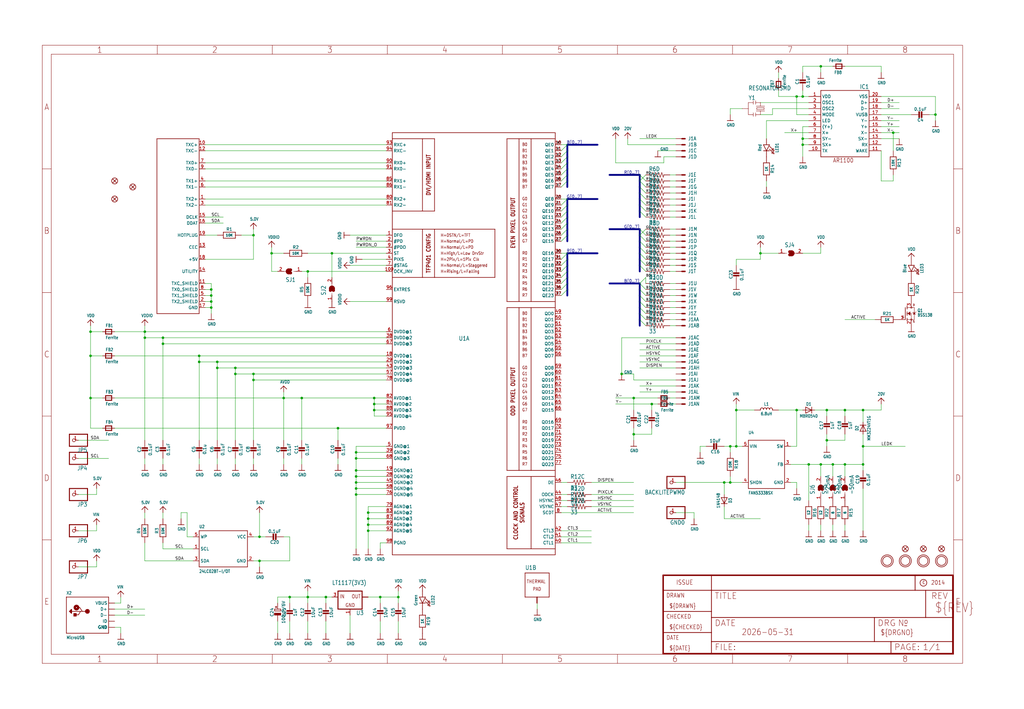
<source format=kicad_sch>
(kicad_sch (version 20230121) (generator eeschema)
  (paper "User" 430.962 298.602)
  (junction (at 274.32 170.18))
  (junction (at 309.88 187.96))
  (junction (at 393.7 48.26))
  (junction (at 149.86 203.2))
  (junction (at 60.96 142.24))
  (junction (at 335.28 40.64))
  (junction (at 154.94 215.9))
  (junction (at 121.92 251.46))
  (junction (at 157.48 170.18))
  (junction (at 99.06 154.94))
  (junction (at 345.44 195.58))
  (junction (at 337.82 58.42))
  (junction (at 68.58 142.24))
  (junction (at 38.1 149.86))
  (junction (at 266.7 167.64))
  (junction (at 363.22 195.58))
  (junction (at 137.16 251.46))
  (junction (at 160.02 251.46))
  (junction (at 127 167.64))
  (junction (at 119.38 167.64))
  (junction (at 157.48 172.72))
  (junction (at 142.24 180.34))
  (junction (at 347.98 172.72))
  (junction (at 157.48 167.64))
  (junction (at 340.36 195.58))
  (junction (at 38.1 167.64))
  (junction (at 363.22 187.96))
  (junction (at 129.54 251.46))
  (junction (at 261.62 157.48))
  (junction (at 99.06 157.48))
  (junction (at 345.44 27.94))
  (junction (at 309.88 172.72))
  (junction (at 60.96 139.7))
  (junction (at 304.8 203.2))
  (junction (at 149.86 200.66))
  (junction (at 167.64 251.46))
  (junction (at 88.9 129.54))
  (junction (at 114.3 106.68))
  (junction (at 88.9 121.92))
  (junction (at 88.9 127))
  (junction (at 355.6 195.58))
  (junction (at 83.82 152.4))
  (junction (at 88.9 124.46))
  (junction (at 68.58 144.78))
  (junction (at 91.44 152.4))
  (junction (at 154.94 220.98))
  (junction (at 149.86 208.28))
  (junction (at 149.86 193.04))
  (junction (at 106.68 160.02))
  (junction (at 109.22 236.22))
  (junction (at 106.68 157.48))
  (junction (at 109.22 226.06))
  (junction (at 149.86 205.74))
  (junction (at 307.34 203.2))
  (junction (at 149.86 198.12))
  (junction (at 355.6 172.72))
  (junction (at 337.82 40.64))
  (junction (at 320.04 106.68))
  (junction (at 38.1 139.7))
  (junction (at 149.86 190.5))
  (junction (at 375.92 55.88))
  (junction (at 337.82 60.96))
  (junction (at 129.54 114.3))
  (junction (at 350.52 195.58))
  (junction (at 266.7 182.88))
  (junction (at 154.94 218.44))
  (junction (at 91.44 154.94))
  (junction (at 106.68 99.06))
  (junction (at 335.28 172.72))
  (junction (at 139.7 106.68))
  (junction (at 347.98 185.42))
  (junction (at 307.34 187.96))
  (junction (at 363.22 172.72))
  (junction (at 154.94 223.52))
  (junction (at 83.82 149.86))
  (bus_entry (at 271.78 78.74) (size -2.54 -2.54))
  (bus_entry (at 236.22 68.58) (size 2.54 -2.54))
  (bus_entry (at 271.78 86.36) (size -2.54 -2.54))
  (bus_entry (at 236.22 91.44) (size 2.54 -2.54))
  (bus_entry (at 271.78 76.2) (size -2.54 -2.54))
  (bus_entry (at 271.78 106.68) (size -2.54 -2.54))
  (bus_entry (at 271.78 129.54) (size -2.54 -2.54))
  (bus_entry (at 271.78 134.62) (size -2.54 -2.54))
  (bus_entry (at 271.78 127) (size -2.54 -2.54))
  (bus_entry (at 236.22 66.04) (size 2.54 -2.54))
  (bus_entry (at 236.22 124.46) (size 2.54 -2.54))
  (bus_entry (at 236.22 93.98) (size 2.54 -2.54))
  (bus_entry (at 271.78 101.6) (size -2.54 -2.54))
  (bus_entry (at 236.22 71.12) (size 2.54 -2.54))
  (bus_entry (at 271.78 121.92) (size -2.54 -2.54))
  (bus_entry (at 271.78 83.82) (size -2.54 -2.54))
  (bus_entry (at 271.78 109.22) (size -2.54 -2.54))
  (bus_entry (at 271.78 73.66) (size -2.54 2.54))
  (bus_entry (at 271.78 81.28) (size -2.54 -2.54))
  (bus_entry (at 236.22 86.36) (size 2.54 -2.54))
  (bus_entry (at 236.22 109.22) (size 2.54 -2.54))
  (bus_entry (at 271.78 132.08) (size -2.54 -2.54))
  (bus_entry (at 236.22 121.92) (size 2.54 -2.54))
  (bus_entry (at 271.78 96.52) (size -2.54 2.54))
  (bus_entry (at 271.78 137.16) (size -2.54 -2.54))
  (bus_entry (at 271.78 124.46) (size -2.54 -2.54))
  (bus_entry (at 271.78 111.76) (size -2.54 -2.54))
  (bus_entry (at 236.22 78.74) (size 2.54 -2.54))
  (bus_entry (at 236.22 101.6) (size 2.54 -2.54))
  (bus_entry (at 236.22 111.76) (size 2.54 -2.54))
  (bus_entry (at 236.22 76.2) (size 2.54 -2.54))
  (bus_entry (at 271.78 88.9) (size -2.54 -2.54))
  (bus_entry (at 271.78 104.14) (size -2.54 -2.54))
  (bus_entry (at 271.78 114.3) (size -2.54 -2.54))
  (bus_entry (at 236.22 114.3) (size 2.54 -2.54))
  (bus_entry (at 236.22 63.5) (size 2.54 -2.54))
  (bus_entry (at 271.78 91.44) (size -2.54 -2.54))
  (bus_entry (at 236.22 96.52) (size 2.54 -2.54))
  (bus_entry (at 236.22 119.38) (size 2.54 -2.54))
  (bus_entry (at 236.22 73.66) (size 2.54 -2.54))
  (bus_entry (at 236.22 88.9) (size 2.54 -2.54))
  (bus_entry (at 271.78 99.06) (size -2.54 -2.54))
  (bus_entry (at 236.22 99.06) (size 2.54 -2.54))
  (bus_entry (at 236.22 116.84) (size 2.54 -2.54))
  (bus_entry (at 271.78 116.84) (size -2.54 2.54))
  (wire (pts (xy 271.78 119.38) (xy 271.78 116.84)) (stroke (width 0.1524)))
  (wire (pts (xy 139.7 106.68) (xy 129.54 106.68)) (stroke (width 0.1524)))
  (wire (pts (xy 370.84 53.34) (xy 378.46 53.34)) (stroke (width 0.1524)))
  (wire (pts (xy 38.1 167.64) (xy 38.1 149.86)) (stroke (width 0.1524)))
  (wire (pts (xy 347.98 182.88) (xy 347.98 185.42)) (stroke (width 0.1524)))
  (wire (pts (xy 139.7 251.46) (xy 137.16 251.46)) (stroke (width 0.1524)))
  (bus (pts (xy 269.24 73.66) (xy 256.54 73.66)) (stroke (width 0.762)))
  (wire (pts (xy 266.7 180.34) (xy 266.7 182.88)) (stroke (width 0.1524)))
  (wire (pts (xy 162.56 228.6) (xy 160.02 228.6)) (stroke (width 0.1524)))
  (wire (pts (xy 88.9 119.38) (xy 88.9 121.92)) (stroke (width 0.1524)))
  (wire (pts (xy 284.48 170.18) (xy 281.94 170.18)) (stroke (width 0.1524)))
  (bus (pts (xy 269.24 127) (xy 269.24 129.54)) (stroke (width 0.762)))
  (bus (pts (xy 238.76 88.9) (xy 238.76 91.44)) (stroke (width 0.762)))
  (wire (pts (xy 60.96 236.22) (xy 60.96 228.6)) (stroke (width 0.1524)))
  (wire (pts (xy 91.44 152.4) (xy 83.82 152.4)) (stroke (width 0.1524)))
  (wire (pts (xy 370.84 43.18) (xy 378.46 43.18)) (stroke (width 0.1524)))
  (wire (pts (xy 86.36 68.58) (xy 162.56 68.58)) (stroke (width 0.1524)))
  (wire (pts (xy 327.66 172.72) (xy 335.28 172.72)) (stroke (width 0.1524)))
  (wire (pts (xy 91.44 154.94) (xy 91.44 185.42)) (stroke (width 0.1524)))
  (wire (pts (xy 312.42 45.72) (xy 307.34 45.72)) (stroke (width 0.1524)))
  (wire (pts (xy 345.44 106.68) (xy 345.44 104.14)) (stroke (width 0.1524)))
  (bus (pts (xy 269.24 132.08) (xy 269.24 134.62)) (stroke (width 0.762)))
  (bus (pts (xy 238.76 93.98) (xy 238.76 96.52)) (stroke (width 0.762)))
  (wire (pts (xy 340.36 40.64) (xy 337.82 40.64)) (stroke (width 0.1524)))
  (wire (pts (xy 162.56 157.48) (xy 106.68 157.48)) (stroke (width 0.1524)))
  (wire (pts (xy 284.48 101.6) (xy 281.94 101.6)) (stroke (width 0.1524)))
  (wire (pts (xy 40.64 238.76) (xy 40.64 236.22)) (stroke (width 0.1524)))
  (wire (pts (xy 284.48 60.96) (xy 264.16 60.96)) (stroke (width 0.1524)))
  (wire (pts (xy 370.84 172.72) (xy 370.84 170.18)) (stroke (width 0.1524)))
  (wire (pts (xy 284.48 127) (xy 281.94 127)) (stroke (width 0.1524)))
  (wire (pts (xy 157.48 172.72) (xy 157.48 170.18)) (stroke (width 0.1524)))
  (wire (pts (xy 157.48 175.26) (xy 157.48 172.72)) (stroke (width 0.1524)))
  (wire (pts (xy 86.36 119.38) (xy 88.9 119.38)) (stroke (width 0.1524)))
  (wire (pts (xy 284.48 106.68) (xy 281.94 106.68)) (stroke (width 0.1524)))
  (wire (pts (xy 297.18 187.96) (xy 294.64 187.96)) (stroke (width 0.1524)))
  (wire (pts (xy 335.28 48.26) (xy 335.28 40.64)) (stroke (width 0.1524)))
  (wire (pts (xy 43.18 139.7) (xy 38.1 139.7)) (stroke (width 0.1524)))
  (wire (pts (xy 284.48 162.56) (xy 269.24 162.56)) (stroke (width 0.1524)))
  (wire (pts (xy 147.32 259.08) (xy 147.32 266.7)) (stroke (width 0.1524)))
  (wire (pts (xy 370.84 55.88) (xy 375.92 55.88)) (stroke (width 0.1524)))
  (wire (pts (xy 335.28 203.2) (xy 335.28 205.74)) (stroke (width 0.1524)))
  (wire (pts (xy 139.7 106.68) (xy 162.56 106.68)) (stroke (width 0.1524)))
  (wire (pts (xy 284.48 114.3) (xy 281.94 114.3)) (stroke (width 0.1524)))
  (wire (pts (xy 142.24 193.04) (xy 142.24 195.58)) (stroke (width 0.1524)))
  (bus (pts (xy 269.24 111.76) (xy 269.24 114.3)) (stroke (width 0.762)))
  (wire (pts (xy 266.7 182.88) (xy 274.32 182.88)) (stroke (width 0.1524)))
  (wire (pts (xy 121.92 236.22) (xy 109.22 236.22)) (stroke (width 0.1524)))
  (wire (pts (xy 99.06 157.48) (xy 99.06 154.94)) (stroke (width 0.1524)))
  (wire (pts (xy 162.56 208.28) (xy 149.86 208.28)) (stroke (width 0.1524)))
  (bus (pts (xy 269.24 99.06) (xy 269.24 101.6)) (stroke (width 0.762)))
  (wire (pts (xy 312.42 203.2) (xy 307.34 203.2)) (stroke (width 0.1524)))
  (wire (pts (xy 40.64 223.52) (xy 40.64 220.98)) (stroke (width 0.1524)))
  (wire (pts (xy 284.48 76.2) (xy 281.94 76.2)) (stroke (width 0.1524)))
  (wire (pts (xy 340.36 60.96) (xy 337.82 60.96)) (stroke (width 0.1524)))
  (bus (pts (xy 238.76 106.68) (xy 251.46 106.68)) (stroke (width 0.762)))
  (wire (pts (xy 236.22 203.2) (xy 238.76 203.2)) (stroke (width 0.1524)))
  (wire (pts (xy 236.22 60.96) (xy 238.76 60.96)) (stroke (width 0.1524)))
  (wire (pts (xy 284.48 137.16) (xy 281.94 137.16)) (stroke (width 0.1524)))
  (wire (pts (xy 337.82 58.42) (xy 337.82 60.96)) (stroke (width 0.1524)))
  (wire (pts (xy 363.22 205.74) (xy 363.22 223.52)) (stroke (width 0.1524)))
  (bus (pts (xy 238.76 114.3) (xy 238.76 116.84)) (stroke (width 0.762)))
  (wire (pts (xy 370.84 48.26) (xy 383.54 48.26)) (stroke (width 0.1524)))
  (wire (pts (xy 86.36 121.92) (xy 88.9 121.92)) (stroke (width 0.1524)))
  (wire (pts (xy 284.48 81.28) (xy 281.94 81.28)) (stroke (width 0.1524)))
  (bus (pts (xy 269.24 96.52) (xy 256.54 96.52)) (stroke (width 0.762)))
  (wire (pts (xy 274.32 170.18) (xy 259.08 170.18)) (stroke (width 0.1524)))
  (wire (pts (xy 307.34 45.72) (xy 307.34 48.26)) (stroke (width 0.1524)))
  (wire (pts (xy 355.6 223.52) (xy 355.6 220.98)) (stroke (width 0.1524)))
  (wire (pts (xy 236.22 215.9) (xy 266.7 215.9)) (stroke (width 0.1524)))
  (wire (pts (xy 284.48 132.08) (xy 281.94 132.08)) (stroke (width 0.1524)))
  (wire (pts (xy 332.74 195.58) (xy 340.36 195.58)) (stroke (width 0.1524)))
  (wire (pts (xy 309.88 170.18) (xy 309.88 172.72)) (stroke (width 0.1524)))
  (wire (pts (xy 101.6 99.06) (xy 106.68 99.06)) (stroke (width 0.1524)))
  (wire (pts (xy 284.48 63.5) (xy 276.86 63.5)) (stroke (width 0.1524)))
  (wire (pts (xy 236.22 213.36) (xy 238.76 213.36)) (stroke (width 0.1524)))
  (wire (pts (xy 86.36 127) (xy 88.9 127)) (stroke (width 0.1524)))
  (wire (pts (xy 236.22 208.28) (xy 238.76 208.28)) (stroke (width 0.1524)))
  (bus (pts (xy 269.24 121.92) (xy 269.24 124.46)) (stroke (width 0.762)))
  (wire (pts (xy 129.54 114.3) (xy 127 114.3)) (stroke (width 0.1524)))
  (wire (pts (xy 119.38 193.04) (xy 119.38 195.58)) (stroke (width 0.1524)))
  (wire (pts (xy 261.62 142.24) (xy 261.62 157.48)) (stroke (width 0.1524)))
  (wire (pts (xy 33.02 223.52) (xy 40.64 223.52)) (stroke (width 0.1524)))
  (bus (pts (xy 238.76 106.68) (xy 238.76 109.22)) (stroke (width 0.762)))
  (wire (pts (xy 160.02 251.46) (xy 167.64 251.46)) (stroke (width 0.1524)))
  (wire (pts (xy 284.48 167.64) (xy 281.94 167.64)) (stroke (width 0.1524)))
  (wire (pts (xy 88.9 121.92) (xy 88.9 124.46)) (stroke (width 0.1524)))
  (wire (pts (xy 149.86 203.2) (xy 149.86 205.74)) (stroke (width 0.1524)))
  (bus (pts (xy 269.24 109.22) (xy 269.24 111.76)) (stroke (width 0.762)))
  (wire (pts (xy 167.64 251.46) (xy 167.64 254)) (stroke (width 0.1524)))
  (wire (pts (xy 160.02 251.46) (xy 160.02 254)) (stroke (width 0.1524)))
  (wire (pts (xy 106.68 160.02) (xy 106.68 157.48)) (stroke (width 0.1524)))
  (wire (pts (xy 48.26 256.54) (xy 60.96 256.54)) (stroke (width 0.1524)))
  (bus (pts (xy 238.76 116.84) (xy 238.76 119.38)) (stroke (width 0.762)))
  (wire (pts (xy 370.84 40.64) (xy 393.7 40.64)) (stroke (width 0.1524)))
  (wire (pts (xy 162.56 175.26) (xy 157.48 175.26)) (stroke (width 0.1524)))
  (wire (pts (xy 284.48 152.4) (xy 269.24 152.4)) (stroke (width 0.1524)))
  (bus (pts (xy 238.76 66.04) (xy 238.76 63.5)) (stroke (width 0.762)))
  (bus (pts (xy 269.24 86.36) (xy 269.24 88.9)) (stroke (width 0.762)))
  (wire (pts (xy 363.22 195.58) (xy 363.22 187.96)) (stroke (width 0.1524)))
  (wire (pts (xy 340.36 58.42) (xy 337.82 58.42)) (stroke (width 0.1524)))
  (wire (pts (xy 284.48 88.9) (xy 281.94 88.9)) (stroke (width 0.1524)))
  (wire (pts (xy 304.8 203.2) (xy 304.8 208.28)) (stroke (width 0.1524)))
  (wire (pts (xy 121.92 266.7) (xy 121.92 261.62)) (stroke (width 0.1524)))
  (wire (pts (xy 162.56 220.98) (xy 154.94 220.98)) (stroke (width 0.1524)))
  (wire (pts (xy 248.92 210.82) (xy 266.7 210.82)) (stroke (width 0.1524)))
  (wire (pts (xy 162.56 200.66) (xy 149.86 200.66)) (stroke (width 0.1524)))
  (wire (pts (xy 261.62 157.48) (xy 266.7 157.48)) (stroke (width 0.1524)))
  (wire (pts (xy 33.02 238.76) (xy 40.64 238.76)) (stroke (width 0.1524)))
  (bus (pts (xy 238.76 83.82) (xy 251.46 83.82)) (stroke (width 0.762)))
  (wire (pts (xy 327.66 40.64) (xy 327.66 38.1)) (stroke (width 0.1524)))
  (wire (pts (xy 312.42 187.96) (xy 309.88 187.96)) (stroke (width 0.1524)))
  (wire (pts (xy 284.48 91.44) (xy 281.94 91.44)) (stroke (width 0.1524)))
  (wire (pts (xy 363.22 177.8) (xy 363.22 172.72)) (stroke (width 0.1524)))
  (wire (pts (xy 119.38 167.64) (xy 119.38 165.1)) (stroke (width 0.1524)))
  (wire (pts (xy 340.36 43.18) (xy 320.04 43.18)) (stroke (width 0.1524)))
  (wire (pts (xy 350.52 200.66) (xy 350.52 195.58)) (stroke (width 0.1524)))
  (wire (pts (xy 109.22 236.22) (xy 109.22 238.76)) (stroke (width 0.1524)))
  (wire (pts (xy 154.94 215.9) (xy 154.94 218.44)) (stroke (width 0.1524)))
  (wire (pts (xy 119.38 167.64) (xy 48.26 167.64)) (stroke (width 0.1524)))
  (wire (pts (xy 355.6 200.66) (xy 355.6 195.58)) (stroke (width 0.1524)))
  (wire (pts (xy 355.6 175.26) (xy 355.6 172.72)) (stroke (width 0.1524)))
  (wire (pts (xy 83.82 152.4) (xy 83.82 185.42)) (stroke (width 0.1524)))
  (wire (pts (xy 345.44 195.58) (xy 350.52 195.58)) (stroke (width 0.1524)))
  (wire (pts (xy 335.28 172.72) (xy 337.82 172.72)) (stroke (width 0.1524)))
  (wire (pts (xy 86.36 63.5) (xy 162.56 63.5)) (stroke (width 0.1524)))
  (wire (pts (xy 162.56 149.86) (xy 83.82 149.86)) (stroke (width 0.1524)))
  (wire (pts (xy 355.6 182.88) (xy 355.6 185.42)) (stroke (width 0.1524)))
  (wire (pts (xy 276.86 170.18) (xy 274.32 170.18)) (stroke (width 0.1524)))
  (wire (pts (xy 149.86 205.74) (xy 149.86 208.28)) (stroke (width 0.1524)))
  (wire (pts (xy 284.48 144.78) (xy 269.24 144.78)) (stroke (width 0.1524)))
  (wire (pts (xy 106.68 160.02) (xy 106.68 185.42)) (stroke (width 0.1524)))
  (wire (pts (xy 127 167.64) (xy 119.38 167.64)) (stroke (width 0.1524)))
  (wire (pts (xy 284.48 99.06) (xy 281.94 99.06)) (stroke (width 0.1524)))
  (wire (pts (xy 162.56 101.6) (xy 149.86 101.6)) (stroke (width 0.1524)))
  (bus (pts (xy 238.76 60.96) (xy 251.46 60.96)) (stroke (width 0.762)))
  (wire (pts (xy 284.48 83.82) (xy 281.94 83.82)) (stroke (width 0.1524)))
  (bus (pts (xy 238.76 63.5) (xy 238.76 60.96)) (stroke (width 0.762)))
  (wire (pts (xy 86.36 76.2) (xy 162.56 76.2)) (stroke (width 0.1524)))
  (wire (pts (xy 340.36 45.72) (xy 325.12 45.72)) (stroke (width 0.1524)))
  (bus (pts (xy 238.76 121.92) (xy 238.76 124.46)) (stroke (width 0.762)))
  (wire (pts (xy 335.28 40.64) (xy 327.66 40.64)) (stroke (width 0.1524)))
  (wire (pts (xy 284.48 142.24) (xy 261.62 142.24)) (stroke (width 0.1524)))
  (wire (pts (xy 162.56 190.5) (xy 149.86 190.5)) (stroke (width 0.1524)))
  (wire (pts (xy 370.84 45.72) (xy 378.46 45.72)) (stroke (width 0.1524)))
  (wire (pts (xy 88.9 129.54) (xy 88.9 132.08)) (stroke (width 0.1524)))
  (wire (pts (xy 106.68 236.22) (xy 109.22 236.22)) (stroke (width 0.1524)))
  (wire (pts (xy 340.36 48.26) (xy 335.28 48.26)) (stroke (width 0.1524)))
  (wire (pts (xy 78.74 215.9) (xy 76.2 215.9)) (stroke (width 0.1524)))
  (wire (pts (xy 129.54 116.84) (xy 129.54 114.3)) (stroke (width 0.1524)))
  (wire (pts (xy 162.56 223.52) (xy 154.94 223.52)) (stroke (width 0.1524)))
  (wire (pts (xy 99.06 193.04) (xy 99.06 195.58)) (stroke (width 0.1524)))
  (wire (pts (xy 86.36 129.54) (xy 88.9 129.54)) (stroke (width 0.1524)))
  (wire (pts (xy 337.82 106.68) (xy 345.44 106.68)) (stroke (width 0.1524)))
  (wire (pts (xy 276.86 167.64) (xy 266.7 167.64)) (stroke (width 0.1524)))
  (wire (pts (xy 307.34 190.5) (xy 307.34 187.96)) (stroke (width 0.1524)))
  (wire (pts (xy 320.04 109.22) (xy 309.88 109.22)) (stroke (width 0.1524)))
  (wire (pts (xy 162.56 193.04) (xy 149.86 193.04)) (stroke (width 0.1524)))
  (wire (pts (xy 149.86 190.5) (xy 149.86 193.04)) (stroke (width 0.1524)))
  (bus (pts (xy 269.24 104.14) (xy 269.24 106.68)) (stroke (width 0.762)))
  (wire (pts (xy 350.52 27.94) (xy 345.44 27.94)) (stroke (width 0.1524)))
  (wire (pts (xy 327.66 30.48) (xy 327.66 33.02)) (stroke (width 0.1524)))
  (wire (pts (xy 91.44 154.94) (xy 91.44 152.4)) (stroke (width 0.1524)))
  (wire (pts (xy 76.2 215.9) (xy 76.2 218.44)) (stroke (width 0.1524)))
  (wire (pts (xy 162.56 111.76) (xy 147.32 111.76)) (stroke (width 0.1524)))
  (wire (pts (xy 60.96 193.04) (xy 60.96 195.58)) (stroke (width 0.1524)))
  (wire (pts (xy 33.02 193.04) (xy 45.72 193.04)) (stroke (width 0.1524)))
  (wire (pts (xy 116.84 251.46) (xy 121.92 251.46)) (stroke (width 0.1524)))
  (wire (pts (xy 266.7 160.02) (xy 284.48 160.02)) (stroke (width 0.1524)))
  (wire (pts (xy 60.96 137.16) (xy 60.96 139.7)) (stroke (width 0.1524)))
  (wire (pts (xy 162.56 142.24) (xy 68.58 142.24)) (stroke (width 0.1524)))
  (wire (pts (xy 248.92 203.2) (xy 266.7 203.2)) (stroke (width 0.1524)))
  (wire (pts (xy 86.36 78.74) (xy 162.56 78.74)) (stroke (width 0.1524)))
  (wire (pts (xy 129.54 251.46) (xy 129.54 248.92)) (stroke (width 0.1524)))
  (wire (pts (xy 162.56 139.7) (xy 60.96 139.7)) (stroke (width 0.1524)))
  (wire (pts (xy 154.94 218.44) (xy 154.94 220.98)) (stroke (width 0.1524)))
  (wire (pts (xy 279.4 68.58) (xy 259.08 68.58)) (stroke (width 0.1524)))
  (wire (pts (xy 236.22 226.06) (xy 248.92 226.06)) (stroke (width 0.1524)))
  (wire (pts (xy 114.3 114.3) (xy 114.3 106.68)) (stroke (width 0.1524)))
  (wire (pts (xy 345.44 200.66) (xy 345.44 195.58)) (stroke (width 0.1524)))
  (wire (pts (xy 274.32 172.72) (xy 274.32 170.18)) (stroke (width 0.1524)))
  (wire (pts (xy 307.34 187.96) (xy 304.8 187.96)) (stroke (width 0.1524)))
  (wire (pts (xy 129.54 254) (xy 129.54 251.46)) (stroke (width 0.1524)))
  (wire (pts (xy 162.56 170.18) (xy 157.48 170.18)) (stroke (width 0.1524)))
  (wire (pts (xy 304.8 218.44) (xy 320.04 218.44)) (stroke (width 0.1524)))
  (wire (pts (xy 236.22 210.82) (xy 238.76 210.82)) (stroke (width 0.1524)))
  (wire (pts (xy 162.56 205.74) (xy 149.86 205.74)) (stroke (width 0.1524)))
  (wire (pts (xy 337.82 40.64) (xy 335.28 40.64)) (stroke (width 0.1524)))
  (wire (pts (xy 279.4 66.04) (xy 279.4 68.58)) (stroke (width 0.1524)))
  (wire (pts (xy 355.6 27.94) (xy 370.84 27.94)) (stroke (width 0.1524)))
  (wire (pts (xy 116.84 114.3) (xy 114.3 114.3)) (stroke (width 0.1524)))
  (wire (pts (xy 119.38 226.06) (xy 121.92 226.06)) (stroke (width 0.1524)))
  (wire (pts (xy 340.36 55.88) (xy 330.2 55.88)) (stroke (width 0.1524)))
  (wire (pts (xy 119.38 106.68) (xy 114.3 106.68)) (stroke (width 0.1524)))
  (wire (pts (xy 129.54 261.62) (xy 129.54 266.7)) (stroke (width 0.1524)))
  (bus (pts (xy 238.76 73.66) (xy 238.76 71.12)) (stroke (width 0.762)))
  (wire (pts (xy 142.24 180.34) (xy 48.26 180.34)) (stroke (width 0.1524)))
  (wire (pts (xy 340.36 53.34) (xy 337.82 53.34)) (stroke (width 0.1524)))
  (wire (pts (xy 248.92 208.28) (xy 266.7 208.28)) (stroke (width 0.1524)))
  (wire (pts (xy 284.48 104.14) (xy 281.94 104.14)) (stroke (width 0.1524)))
  (wire (pts (xy 68.58 144.78) (xy 68.58 185.42)) (stroke (width 0.1524)))
  (wire (pts (xy 154.94 213.36) (xy 154.94 215.9)) (stroke (width 0.1524)))
  (wire (pts (xy 284.48 58.42) (xy 269.24 58.42)) (stroke (width 0.1524)))
  (wire (pts (xy 375.92 76.2) (xy 375.92 73.66)) (stroke (width 0.1524)))
  (wire (pts (xy 149.86 200.66) (xy 149.86 203.2)) (stroke (width 0.1524)))
  (wire (pts (xy 149.86 198.12) (xy 149.86 200.66)) (stroke (width 0.1524)))
  (wire (pts (xy 157.48 167.64) (xy 127 167.64)) (stroke (width 0.1524)))
  (wire (pts (xy 284.48 111.76) (xy 281.94 111.76)) (stroke (width 0.1524)))
  (wire (pts (xy 355.6 185.42) (xy 347.98 185.42)) (stroke (width 0.1524)))
  (wire (pts (xy 106.68 193.04) (xy 106.68 195.58)) (stroke (width 0.1524)))
  (wire (pts (xy 162.56 127) (xy 147.32 127)) (stroke (width 0.1524)))
  (wire (pts (xy 368.3 134.62) (xy 355.6 134.62)) (stroke (width 0.1524)))
  (wire (pts (xy 162.56 152.4) (xy 91.44 152.4)) (stroke (width 0.1524)))
  (wire (pts (xy 43.18 167.64) (xy 38.1 167.64)) (stroke (width 0.1524)))
  (bus (pts (xy 238.76 99.06) (xy 238.76 101.6)) (stroke (width 0.762)))
  (wire (pts (xy 307.34 200.66) (xy 307.34 203.2)) (stroke (width 0.1524)))
  (wire (pts (xy 86.36 124.46) (xy 88.9 124.46)) (stroke (width 0.1524)))
  (wire (pts (xy 337.82 60.96) (xy 337.82 66.04)) (stroke (width 0.1524)))
  (wire (pts (xy 266.7 157.48) (xy 266.7 160.02)) (stroke (width 0.1524)))
  (wire (pts (xy 106.68 226.06) (xy 109.22 226.06)) (stroke (width 0.1524)))
  (wire (pts (xy 309.88 109.22) (xy 309.88 111.76)) (stroke (width 0.1524)))
  (bus (pts (xy 238.76 83.82) (xy 238.76 86.36)) (stroke (width 0.762)))
  (wire (pts (xy 236.22 83.82) (xy 238.76 83.82)) (stroke (width 0.1524)))
  (bus (pts (xy 238.76 119.38) (xy 238.76 121.92)) (stroke (width 0.762)))
  (wire (pts (xy 355.6 195.58) (xy 363.22 195.58)) (stroke (width 0.1524)))
  (wire (pts (xy 236.22 223.52) (xy 248.92 223.52)) (stroke (width 0.1524)))
  (wire (pts (xy 106.68 109.22) (xy 86.36 109.22)) (stroke (width 0.1524)))
  (wire (pts (xy 236.22 228.6) (xy 248.92 228.6)) (stroke (width 0.1524)))
  (wire (pts (xy 127 185.42) (xy 127 167.64)) (stroke (width 0.1524)))
  (wire (pts (xy 116.84 254) (xy 116.84 251.46)) (stroke (width 0.1524)))
  (bus (pts (xy 269.24 129.54) (xy 269.24 132.08)) (stroke (width 0.762)))
  (wire (pts (xy 266.7 172.72) (xy 266.7 167.64)) (stroke (width 0.1524)))
  (wire (pts (xy 38.1 149.86) (xy 38.1 139.7)) (stroke (width 0.1524)))
  (wire (pts (xy 121.92 251.46) (xy 129.54 251.46)) (stroke (width 0.1524)))
  (wire (pts (xy 340.36 210.82) (xy 340.36 195.58)) (stroke (width 0.1524)))
  (wire (pts (xy 363.22 172.72) (xy 370.84 172.72)) (stroke (width 0.1524)))
  (wire (pts (xy 284.48 73.66) (xy 281.94 73.66)) (stroke (width 0.1524)))
  (wire (pts (xy 284.48 86.36) (xy 281.94 86.36)) (stroke (width 0.1524)))
  (wire (pts (xy 162.56 213.36) (xy 154.94 213.36)) (stroke (width 0.1524)))
  (wire (pts (xy 106.68 99.06) (xy 106.68 109.22)) (stroke (width 0.1524)))
  (wire (pts (xy 294.64 187.96) (xy 294.64 190.5)) (stroke (width 0.1524)))
  (wire (pts (xy 292.1 215.9) (xy 292.1 218.44)) (stroke (width 0.1524)))
  (wire (pts (xy 162.56 144.78) (xy 68.58 144.78)) (stroke (width 0.1524)))
  (wire (pts (xy 160.02 228.6) (xy 160.02 231.14)) (stroke (width 0.1524)))
  (wire (pts (xy 337.82 40.64) (xy 337.82 38.1)) (stroke (width 0.1524)))
  (wire (pts (xy 304.8 203.2) (xy 284.48 203.2)) (stroke (width 0.1524)))
  (wire (pts (xy 48.26 259.08) (xy 60.96 259.08)) (stroke (width 0.1524)))
  (wire (pts (xy 109.22 226.06) (xy 109.22 215.9)) (stroke (width 0.1524)))
  (wire (pts (xy 391.16 48.26) (xy 393.7 48.26)) (stroke (width 0.1524)))
  (wire (pts (xy 162.56 109.22) (xy 152.4 109.22)) (stroke (width 0.1524)))
  (wire (pts (xy 347.98 185.42) (xy 347.98 187.96)) (stroke (width 0.1524)))
  (bus (pts (xy 269.24 134.62) (xy 269.24 137.16)) (stroke (width 0.762)))
  (wire (pts (xy 284.48 66.04) (xy 279.4 66.04)) (stroke (width 0.1524)))
  (wire (pts (xy 363.22 198.12) (xy 363.22 195.58)) (stroke (width 0.1524)))
  (wire (pts (xy 78.74 226.06) (xy 78.74 215.9)) (stroke (width 0.1524)))
  (wire (pts (xy 83.82 149.86) (xy 48.26 149.86)) (stroke (width 0.1524)))
  (wire (pts (xy 38.1 180.34) (xy 38.1 167.64)) (stroke (width 0.1524)))
  (wire (pts (xy 127 193.04) (xy 127 195.58)) (stroke (width 0.1524)))
  (wire (pts (xy 162.56 172.72) (xy 157.48 172.72)) (stroke (width 0.1524)))
  (wire (pts (xy 121.92 226.06) (xy 121.92 236.22)) (stroke (width 0.1524)))
  (bus (pts (xy 238.76 78.74) (xy 238.76 76.2)) (stroke (width 0.762)))
  (wire (pts (xy 264.16 60.96) (xy 264.16 58.42)) (stroke (width 0.1524)))
  (wire (pts (xy 167.64 251.46) (xy 167.64 248.92)) (stroke (width 0.1524)))
  (wire (pts (xy 167.64 261.62) (xy 167.64 266.7)) (stroke (width 0.1524)))
  (wire (pts (xy 106.68 99.06) (xy 106.68 96.52)) (stroke (width 0.1524)))
  (wire (pts (xy 88.9 127) (xy 88.9 129.54)) (stroke (width 0.1524)))
  (bus (pts (xy 238.76 68.58) (xy 238.76 66.04)) (stroke (width 0.762)))
  (wire (pts (xy 325.12 45.72) (xy 325.12 48.26)) (stroke (width 0.1524)))
  (wire (pts (xy 363.22 187.96) (xy 363.22 182.88)) (stroke (width 0.1524)))
  (wire (pts (xy 137.16 251.46) (xy 129.54 251.46)) (stroke (width 0.1524)))
  (bus (pts (xy 269.24 78.74) (xy 269.24 81.28)) (stroke (width 0.762)))
  (bus (pts (xy 238.76 76.2) (xy 238.76 73.66)) (stroke (width 0.762)))
  (wire (pts (xy 284.48 121.92) (xy 281.94 121.92)) (stroke (width 0.1524)))
  (wire (pts (xy 142.24 180.34) (xy 142.24 185.42)) (stroke (width 0.1524)))
  (bus (pts (xy 238.76 86.36) (xy 238.76 88.9)) (stroke (width 0.762)))
  (wire (pts (xy 320.04 106.68) (xy 320.04 104.14)) (stroke (width 0.1524)))
  (wire (pts (xy 86.36 93.98) (xy 93.98 93.98)) (stroke (width 0.1524)))
  (wire (pts (xy 154.94 251.46) (xy 160.02 251.46)) (stroke (width 0.1524)))
  (wire (pts (xy 162.56 114.3) (xy 129.54 114.3)) (stroke (width 0.1524)))
  (wire (pts (xy 337.82 30.48) (xy 337.82 27.94)) (stroke (width 0.1524)))
  (bus (pts (xy 269.24 76.2) (xy 269.24 78.74)) (stroke (width 0.762)))
  (bus (pts (xy 269.24 88.9) (xy 269.24 91.44)) (stroke (width 0.762)))
  (wire (pts (xy 266.7 167.64) (xy 259.08 167.64)) (stroke (width 0.1524)))
  (bus (pts (xy 238.76 109.22) (xy 238.76 111.76)) (stroke (width 0.762)))
  (wire (pts (xy 309.88 187.96) (xy 309.88 172.72)) (stroke (width 0.1524)))
  (wire (pts (xy 106.68 157.48) (xy 99.06 157.48)) (stroke (width 0.1524)))
  (wire (pts (xy 284.48 78.74) (xy 281.94 78.74)) (stroke (width 0.1524)))
  (wire (pts (xy 162.56 180.34) (xy 142.24 180.34)) (stroke (width 0.1524)))
  (wire (pts (xy 60.96 142.24) (xy 60.96 139.7)) (stroke (width 0.1524)))
  (wire (pts (xy 86.36 71.12) (xy 162.56 71.12)) (stroke (width 0.1524)))
  (wire (pts (xy 116.84 266.7) (xy 116.84 261.62)) (stroke (width 0.1524)))
  (wire (pts (xy 370.84 27.94) (xy 370.84 30.48)) (stroke (width 0.1524)))
  (bus (pts (xy 238.76 96.52) (xy 238.76 99.06)) (stroke (width 0.762)))
  (bus (pts (xy 269.24 124.46) (xy 269.24 127)) (stroke (width 0.762)))
  (wire (pts (xy 337.82 53.34) (xy 337.82 58.42)) (stroke (width 0.1524)))
  (wire (pts (xy 363.22 187.96) (xy 381 187.96)) (stroke (width 0.1524)))
  (wire (pts (xy 342.9 172.72) (xy 347.98 172.72)) (stroke (width 0.1524)))
  (wire (pts (xy 83.82 193.04) (xy 83.82 195.58)) (stroke (width 0.1524)))
  (wire (pts (xy 60.96 142.24) (xy 60.96 185.42)) (stroke (width 0.1524)))
  (wire (pts (xy 307.34 187.96) (xy 309.88 187.96)) (stroke (width 0.1524)))
  (wire (pts (xy 347.98 175.26) (xy 347.98 172.72)) (stroke (width 0.1524)))
  (wire (pts (xy 154.94 223.52) (xy 154.94 231.14)) (stroke (width 0.1524)))
  (wire (pts (xy 86.36 99.06) (xy 91.44 99.06)) (stroke (width 0.1524)))
  (wire (pts (xy 160.02 261.62) (xy 160.02 266.7)) (stroke (width 0.1524)))
  (wire (pts (xy 370.84 76.2) (xy 370.84 63.5)) (stroke (width 0.1524)))
  (wire (pts (xy 307.34 203.2) (xy 304.8 203.2)) (stroke (width 0.1524)))
  (wire (pts (xy 332.74 187.96) (xy 335.28 187.96)) (stroke (width 0.1524)))
  (bus (pts (xy 269.24 83.82) (xy 269.24 86.36)) (stroke (width 0.762)))
  (wire (pts (xy 43.18 149.86) (xy 38.1 149.86)) (stroke (width 0.1524)))
  (wire (pts (xy 91.44 193.04) (xy 91.44 195.58)) (stroke (width 0.1524)))
  (wire (pts (xy 68.58 144.78) (xy 68.58 142.24)) (stroke (width 0.1524)))
  (wire (pts (xy 137.16 261.62) (xy 137.16 266.7)) (stroke (width 0.1524)))
  (wire (pts (xy 304.8 213.36) (xy 304.8 218.44)) (stroke (width 0.1524)))
  (wire (pts (xy 162.56 99.06) (xy 147.32 99.06)) (stroke (width 0.1524)))
  (wire (pts (xy 335.28 187.96) (xy 335.28 172.72)) (stroke (width 0.1524)))
  (wire (pts (xy 43.18 180.34) (xy 38.1 180.34)) (stroke (width 0.1524)))
  (wire (pts (xy 86.36 83.82) (xy 162.56 83.82)) (stroke (width 0.1524)))
  (wire (pts (xy 284.48 149.86) (xy 269.24 149.86)) (stroke (width 0.1524)))
  (wire (pts (xy 284.48 134.62) (xy 281.94 134.62)) (stroke (width 0.1524)))
  (wire (pts (xy 149.86 187.96) (xy 149.86 190.5)) (stroke (width 0.1524)))
  (wire (pts (xy 322.58 50.8) (xy 322.58 58.42)) (stroke (width 0.1524)))
  (wire (pts (xy 40.64 208.28) (xy 40.64 205.74)) (stroke (width 0.1524)))
  (wire (pts (xy 99.06 154.94) (xy 91.44 154.94)) (stroke (width 0.1524)))
  (wire (pts (xy 60.96 218.44) (xy 60.96 215.9)) (stroke (width 0.1524)))
  (wire (pts (xy 292.1 215.9) (xy 284.48 215.9)) (stroke (width 0.1524)))
  (wire (pts (xy 149.86 193.04) (xy 149.86 198.12)) (stroke (width 0.1524)))
  (bus (pts (xy 269.24 73.66) (xy 269.24 76.2)) (stroke (width 0.762)))
  (wire (pts (xy 81.28 236.22) (xy 60.96 236.22)) (stroke (width 0.1524)))
  (wire (pts (xy 345.44 223.52) (xy 345.44 220.98)) (stroke (width 0.1524)))
  (wire (pts (xy 48.26 264.16) (xy 50.8 264.16)) (stroke (width 0.1524)))
  (wire (pts (xy 162.56 104.14) (xy 149.86 104.14)) (stroke (width 0.1524)))
  (wire (pts (xy 162.56 167.64) (xy 157.48 167.64)) (stroke (width 0.1524)))
  (wire (pts (xy 48.26 254) (xy 50.8 254)) (stroke (width 0.1524)))
  (wire (pts (xy 68.58 218.44) (xy 68.58 215.9)) (stroke (width 0.1524)))
  (wire (pts (xy 325.12 48.26) (xy 320.04 48.26)) (stroke (width 0.1524)))
  (bus (pts (xy 269.24 106.68) (xy 269.24 109.22)) (stroke (width 0.762)))
  (wire (pts (xy 347.98 172.72) (xy 355.6 172.72)) (stroke (width 0.1524)))
  (wire (pts (xy 320.04 109.22) (xy 320.04 106.68)) (stroke (width 0.1524)))
  (wire (pts (xy 162.56 218.44) (xy 154.94 218.44)) (stroke (width 0.1524)))
  (bus (pts (xy 238.76 111.76) (xy 238.76 114.3)) (stroke (width 0.762)))
  (bus (pts (xy 269.24 101.6) (xy 269.24 104.14)) (stroke (width 0.762)))
  (wire (pts (xy 274.32 182.88) (xy 274.32 180.34)) (stroke (width 0.1524)))
  (wire (pts (xy 162.56 160.02) (xy 106.68 160.02)) (stroke (width 0.1524)))
  (wire (pts (xy 81.28 226.06) (xy 78.74 226.06)) (stroke (width 0.1524)))
  (bus (pts (xy 238.76 71.12) (xy 238.76 68.58)) (stroke (width 0.762)))
  (wire (pts (xy 38.1 139.7) (xy 38.1 137.16)) (stroke (width 0.1524)))
  (wire (pts (xy 322.58 78.74) (xy 322.58 76.2)) (stroke (width 0.1524)))
  (bus (pts (xy 269.24 119.38) (xy 256.54 119.38)) (stroke (width 0.762)))
  (wire (pts (xy 259.08 68.58) (xy 259.08 58.42)) (stroke (width 0.1524)))
  (wire (pts (xy 284.48 147.32) (xy 269.24 147.32)) (stroke (width 0.1524)))
  (wire (pts (xy 309.88 172.72) (xy 317.5 172.72)) (stroke (width 0.1524)))
  (wire (pts (xy 68.58 193.04) (xy 68.58 195.58)) (stroke (width 0.1524)))
  (wire (pts (xy 393.7 48.26) (xy 393.7 50.8)) (stroke (width 0.1524)))
  (wire (pts (xy 236.22 106.68) (xy 238.76 106.68)) (stroke (width 0.1524)))
  (wire (pts (xy 370.84 50.8) (xy 378.46 50.8)) (stroke (width 0.1524)))
  (wire (pts (xy 355.6 172.72) (xy 363.22 172.72)) (stroke (width 0.1524)))
  (wire (pts (xy 154.94 220.98) (xy 154.94 223.52)) (stroke (width 0.1524)))
  (wire (pts (xy 332.74 203.2) (xy 335.28 203.2)) (stroke (width 0.1524)))
  (wire (pts (xy 162.56 154.94) (xy 99.06 154.94)) (stroke (width 0.1524)))
  (wire (pts (xy 68.58 231.14) (xy 68.58 228.6)) (stroke (width 0.1524)))
  (wire (pts (xy 139.7 106.68) (xy 139.7 116.84)) (stroke (width 0.1524)))
  (wire (pts (xy 157.48 170.18) (xy 157.48 167.64)) (stroke (width 0.1524)))
  (wire (pts (xy 284.48 165.1) (xy 269.24 165.1)) (stroke (width 0.1524)))
  (wire (pts (xy 50.8 264.16) (xy 50.8 266.7)) (stroke (width 0.1524)))
  (wire (pts (xy 284.48 109.22) (xy 281.94 109.22)) (stroke (width 0.1524)))
  (wire (pts (xy 88.9 124.46) (xy 88.9 127)) (stroke (width 0.1524)))
  (wire (pts (xy 226.06 254) (xy 226.06 256.54)) (stroke (width 0.1524)))
  (bus (pts (xy 269.24 119.38) (xy 269.24 121.92)) (stroke (width 0.762)))
  (wire (pts (xy 149.86 208.28) (xy 149.86 231.14)) (stroke (width 0.1524)))
  (wire (pts (xy 137.16 254) (xy 137.16 251.46)) (stroke (width 0.1524)))
  (wire (pts (xy 370.84 58.42) (xy 378.46 58.42)) (stroke (width 0.1524)))
  (wire (pts (xy 162.56 198.12) (xy 149.86 198.12)) (stroke (width 0.1524)))
  (bus (pts (xy 269.24 81.28) (xy 269.24 83.82)) (stroke (width 0.762)))
  (wire (pts (xy 340.36 195.58) (xy 345.44 195.58)) (stroke (width 0.1524)))
  (wire (pts (xy 345.44 27.94) (xy 345.44 30.48)) (stroke (width 0.1524)))
  (wire (pts (xy 375.92 76.2) (xy 370.84 76.2)) (stroke (width 0.1524)))
  (wire (pts (xy 284.48 124.46) (xy 281.94 124.46)) (stroke (width 0.1524)))
  (wire (pts (xy 337.82 27.94) (xy 345.44 27.94)) (stroke (width 0.1524)))
  (wire (pts (xy 340.36 223.52) (xy 340.36 220.98)) (stroke (width 0.1524)))
  (wire (pts (xy 266.7 182.88) (xy 266.7 185.42)) (stroke (width 0.1524)))
  (wire (pts (xy 86.36 60.96) (xy 162.56 60.96)) (stroke (width 0.1524)))
  (wire (pts (xy 340.36 50.8) (xy 322.58 50.8)) (stroke (width 0.1524)))
  (wire (pts (xy 350.52 195.58) (xy 355.6 195.58)) (stroke (width 0.1524)))
  (wire (pts (xy 375.92 55.88) (xy 378.46 55.88)) (stroke (width 0.1524)))
  (wire (pts (xy 68.58 142.24) (xy 60.96 142.24)) (stroke (width 0.1524)))
  (wire (pts (xy 99.06 157.48) (xy 99.06 185.42)) (stroke (width 0.1524)))
  (wire (pts (xy 33.02 208.28) (xy 40.64 208.28)) (stroke (width 0.1524)))
  (wire (pts (xy 121.92 254) (xy 121.92 251.46)) (stroke (width 0.1524)))
  (wire (pts (xy 162.56 215.9) (xy 154.94 215.9)) (stroke (width 0.1524)))
  (wire (pts (xy 284.48 96.52) (xy 281.94 96.52)) (stroke (width 0.1524)))
  (bus (pts (xy 269.24 96.52) (xy 269.24 99.06)) (stroke (width 0.762)))
  (wire (pts (xy 162.56 187.96) (xy 149.86 187.96)) (stroke (width 0.1524)))
  (wire (pts (xy 86.36 91.44) (xy 93.98 91.44)) (stroke (width 0.1524)))
  (wire (pts (xy 320.04 106.68) (xy 327.66 106.68)) (stroke (width 0.1524)))
  (wire (pts (xy 111.76 226.06) (xy 109.22 226.06)) (stroke (width 0.1524)))
  (wire (pts (xy 60.96 139.7) (xy 48.26 139.7)) (stroke (width 0.1524)))
  (wire (pts (xy 86.36 86.36) (xy 162.56 86.36)) (stroke (width 0.1524)))
  (bus (pts (xy 238.76 91.44) (xy 238.76 93.98)) (stroke (width 0.762)))
  (wire (pts (xy 393.7 40.64) (xy 393.7 48.26)) (stroke (width 0.1524)))
  (wire (pts (xy 50.8 254) (xy 50.8 251.46)) (stroke (width 0.1524)))
  (wire (pts (xy 119.38 185.42) (xy 119.38 167.64)) (stroke (width 0.1524)))
  (wire (pts (xy 248.92 213.36) (xy 266.7 213.36)) (stroke (width 0.1524)))
  (wire (pts (xy 83.82 152.4) (xy 83.82 149.86)) (stroke (width 0.1524)))
  (wire (pts (xy 284.48 119.38) (xy 281.94 119.38)) (stroke (width 0.1524)))
  (wire (pts (xy 284.48 154.94) (xy 269.24 154.94)) (stroke (width 0.1524)))
  (wire (pts (xy 375.92 63.5) (xy 375.92 55.88)) (stroke (width 0.1524)))
  (wire (pts (xy 162.56 203.2) (xy 149.86 203.2)) (stroke (width 0.1524)))
  (wire (pts (xy 33.02 185.42) (xy 45.72 185.42)) (stroke (width 0.1524)))
  (wire (pts (xy 350.52 223.52) (xy 350.52 220.98)) (stroke (width 0.1524)))
  (wire (pts (xy 68.58 231.14) (xy 81.28 231.14)) (stroke (width 0.1524)))
  (wire (pts (xy 284.48 129.54) (xy 281.94 129.54)) (stroke (width 0.1524)))
  (wire (pts (xy 114.3 106.68) (xy 114.3 104.14)) (stroke (width 0.1524)))
  (label "R3" (at 236.22 114.3 180) (effects (font (size 1.016 1.016))))
  (label "SCL" (at 88.9 91.44 0) (effects (font (size 1.2446 1.2446))))
  (label "PIXCLK" (at 271.78 144.78 0) (effects (font (size 1.2446 1.2446))))
  (label "CTL1" (at 238.76 228.6 0) (effects (font (size 1.2446 1.2446))))
  (label "G0" (at 271.78 96.52 0) (effects (font (size 1.016 1.016))))
  (label "VSYNC" (at 251.46 213.36 0) (effects (font (size 1.2446 1.2446))))
  (label "PWRDN" (at 149.86 101.6 0) (effects (font (size 1.2446 1.2446))))
  (label "D+" (at 53.34 256.54 0) (effects (font (size 1.2446 1.2446))))
  (label "G5" (at 236.22 96.52 180) (effects (font (size 1.016 1.016))))
  (label "G1" (at 271.78 99.06 0) (effects (font (size 1.016 1.016))))
  (label "R7" (at 236.22 124.46 180) (effects (font (size 1.016 1.016))))
  (label "D+" (at 373.38 43.18 0) (effects (font (size 1.2446 1.2446))))
  (label "Y+" (at 373.38 53.34 0) (effects (font (size 1.2446 1.2446))))
  (label "R[0..7]" (at 245.11 106.68 180) (effects (font (size 1.2446 1.2446))))
  (label "Y-" (at 373.38 50.8 0) (effects (font (size 1.2446 1.2446))))
  (label "Y-" (at 259.08 170.18 0) (effects (font (size 1.2446 1.2446))))
  (label "B2" (at 271.78 124.46 0) (effects (font (size 1.016 1.016))))
  (label "B5" (at 271.78 132.08 0) (effects (font (size 1.016 1.016))))
  (label "X+" (at 271.78 162.56 0) (effects (font (size 1.2446 1.2446))))
  (label "B4" (at 271.78 129.54 0) (effects (font (size 1.016 1.016))))
  (label "G7" (at 236.22 101.6 180) (effects (font (size 1.016 1.016))))
  (label "B6" (at 271.78 134.62 0) (effects (font (size 1.016 1.016))))
  (label "B7" (at 236.22 78.74 180) (effects (font (size 1.016 1.016))))
  (label "ACTIVE" (at 271.78 147.32 0) (effects (font (size 1.2446 1.2446))))
  (label "B5" (at 236.22 73.66 180) (effects (font (size 1.016 1.016))))
  (label "R5" (at 236.22 119.38 180) (effects (font (size 1.016 1.016))))
  (label "CTL2" (at 238.76 226.06 0) (effects (font (size 1.2446 1.2446))))
  (label "G4" (at 236.22 93.98 180) (effects (font (size 1.016 1.016))))
  (label "DISPEN" (at 251.46 203.2 0) (effects (font (size 1.2446 1.2446))))
  (label "G7" (at 271.78 114.3 0) (effects (font (size 1.016 1.016))))
  (label "G1" (at 236.22 86.36 180) (effects (font (size 1.016 1.016))))
  (label "SDA" (at 73.66 236.22 0) (effects (font (size 1.2446 1.2446))))
  (label "G0" (at 236.22 83.82 180) (effects (font (size 1.016 1.016))))
  (label "R4" (at 236.22 116.84 180) (effects (font (size 1.016 1.016))))
  (label "R5" (at 271.78 86.36 0) (effects (font (size 1.016 1.016))))
  (label "R2" (at 271.78 78.74 0) (effects (font (size 1.016 1.016))))
  (label "ACTIVE" (at 358.14 134.62 0) (effects (font (size 1.2446 1.2446))))
  (label "X-" (at 259.08 167.64 0) (effects (font (size 1.2446 1.2446))))
  (label "B2" (at 236.22 66.04 180) (effects (font (size 1.016 1.016))))
  (label "SCL" (at 73.66 231.14 0) (effects (font (size 1.2446 1.2446))))
  (label "VSYNC" (at 271.78 152.4 0) (effects (font (size 1.2446 1.2446))))
  (label "G5" (at 271.78 109.22 0) (effects (font (size 1.016 1.016))))
  (label "LEDK" (at 370.84 187.96 0) (effects (font (size 1.2446 1.2446))))
  (label "G4" (at 271.78 106.68 0) (effects (font (size 1.016 1.016))))
  (label "LEDK" (at 271.78 58.42 0) (effects (font (size 1.2446 1.2446))))
  (label "Y+" (at 271.78 165.1 0) (effects (font (size 1.2446 1.2446))))
  (label "PIXCLK" (at 251.46 208.28 0) (effects (font (size 1.2446 1.2446))))
  (label "B1" (at 236.22 63.5 180) (effects (font (size 1.016 1.016))))
  (label "HSYNC" (at 251.46 210.82 0) (effects (font (size 1.2446 1.2446))))
  (label "D-" (at 53.34 259.08 0) (effects (font (size 1.2446 1.2446))))
  (label "B0" (at 271.78 116.84 0) (effects (font (size 1.016 1.016))))
  (label "D-" (at 373.38 45.72 0) (effects (font (size 1.2446 1.2446))))
  (label "B3" (at 271.78 127 0) (effects (font (size 1.016 1.016))))
  (label "R6" (at 271.78 88.9 0) (effects (font (size 1.016 1.016))))
  (label "R2" (at 236.22 111.76 180) (effects (font (size 1.016 1.016))))
  (label "X+" (at 332.74 55.88 0) (effects (font (size 1.2446 1.2446))))
  (label "G3" (at 271.78 104.14 0) (effects (font (size 1.016 1.016))))
  (label "B1" (at 271.78 121.92 0) (effects (font (size 1.016 1.016))))
  (label "G[0..7]" (at 245.11 83.82 180) (effects (font (size 1.2446 1.2446))))
  (label "ACTIVE" (at 307.34 218.44 0) (effects (font (size 1.2446 1.2446))))
  (label "G3" (at 236.22 91.44 180) (effects (font (size 1.016 1.016))))
  (label "B7" (at 271.78 137.16 0) (effects (font (size 1.016 1.016))))
  (label "R3" (at 271.78 81.28 0) (effects (font (size 1.016 1.016))))
  (label "B0" (at 236.22 60.96 180) (effects (font (size 1.016 1.016))))
  (label "R1" (at 271.78 76.2 0) (effects (font (size 1.016 1.016))))
  (label "R6" (at 236.22 121.92 180) (effects (font (size 1.016 1.016))))
  (label "R[0..7]" (at 269.24 73.66 180) (effects (font (size 1.2446 1.2446))))
  (label "SDA" (at 38.1 185.42 0) (effects (font (size 1.2446 1.2446))))
  (label "R1" (at 236.22 109.22 180) (effects (font (size 1.016 1.016))))
  (label "B6" (at 236.22 76.2 180) (effects (font (size 1.016 1.016))))
  (label "B4" (at 236.22 71.12 180) (effects (font (size 1.016 1.016))))
  (label "G2" (at 271.78 101.6 0) (effects (font (size 1.016 1.016))))
  (label "R7" (at 271.78 91.44 0) (effects (font (size 1.016 1.016))))
  (label "B[0..7]" (at 269.24 119.38 180) (effects (font (size 1.2446 1.2446))))
  (label "G6" (at 236.22 99.06 180) (effects (font (size 1.016 1.016))))
  (label "G2" (at 236.22 88.9 180) (effects (font (size 1.016 1.016))))
  (label "DISPEN" (at 271.78 154.94 0) (effects (font (size 1.2446 1.2446))))
  (label "B3" (at 236.22 68.58 180) (effects (font (size 1.016 1.016))))
  (label "HSYNC" (at 271.78 149.86 0) (effects (font (size 1.2446 1.2446))))
  (label "R0" (at 236.22 106.68 180) (effects (font (size 1.016 1.016))))
  (label "SCL" (at 38.1 193.04 0) (effects (font (size 1.2446 1.2446))))
  (label "R0" (at 271.78 73.66 0) (effects (font (size 1.016 1.016))))
  (label "G6" (at 271.78 111.76 0) (effects (font (size 1.016 1.016))))
  (label "CTL3" (at 238.76 223.52 0) (effects (font (size 1.2446 1.2446))))
  (label "PWRDN_O" (at 149.86 104.14 0) (effects (font (size 1.2446 1.2446))))
  (label "ACTIVE" (at 251.46 215.9 0) (effects (font (size 1.2446 1.2446))))
  (label "G[0..7]" (at 269.24 96.52 180) (effects (font (size 1.2446 1.2446))))
  (label "X-" (at 373.38 55.88 0) (effects (font (size 1.2446 1.2446))))
  (label "B[0..7]" (at 245.11 60.96 180) (effects (font (size 1.2446 1.2446))))
  (label "R4" (at 271.78 83.82 0) (effects (font (size 1.016 1.016))))
  (label "SDA" (at 88.9 93.98 0) (effects (font (size 1.2446 1.2446))))
  (symbol (lib_id "working-eagle-import:GND") (at 68.58 198.12 0) (unit 1)
    (property "Reference" "#U$15" (effects hide))
    (property "Value" "GND" (at 67.056 200.66 0) (effects (font (size 1.27 1.0795)) (justify left bottom)))
  )
  (symbol (lib_id "working-eagle-import:VIN") (at 50.8 248.92 0) (unit 1)
    (property "Reference" "#U$35" (effects hide))
    (property "Value" "VIN" (at 49.276 247.904 0) (effects (font (size 1.27 1.0795)) (justify left bottom)))
  )
  (symbol (lib_id "working-eagle-import:TFTLCD-40PIN-TTL-KD070") (at 287.02 101.6 0) (unit 15)
    (property "Reference" "J1" (at 289.56 102.362 0) (effects (font (size 1.524 1.2954)) (justify left bottom)))
    (property "Value" "TFTLCD-40PIN-TTL-KD070" (effects hide))
    (property "Footprint" "working:TFTLCD-KD070GD21-40NT" (effects hide))
  )
  (symbol (lib_id "working-eagle-import:RESISTOR_4PACK_US") (at 276.86 127 0) (unit 1)
    (property "Reference" "R10" (at 273.05 125.5014 0) (effects (font (size 1.778 1.5113)) (justify left bottom)))
    (property "Value" "33" (at 273.05 130.302 0) (effects (font (size 1.778 1.5113)) (justify left bottom)))
    (property "Footprint" "working:RESPACK_4X0603" (effects hide))
  )
  (symbol (lib_id "working-eagle-import:GND") (at 177.8 269.24 0) (unit 1)
    (property "Reference" "#U$69" (effects hide))
    (property "Value" "GND" (at 176.276 271.78 0) (effects (font (size 1.27 1.0795)) (justify left bottom)))
  )
  (symbol (lib_id "working-eagle-import:GND") (at 383.54 139.7 0) (unit 1)
    (property "Reference" "#U$72" (effects hide))
    (property "Value" "GND" (at 382.016 142.24 0) (effects (font (size 1.27 1.0795)) (justify left bottom)))
  )
  (symbol (lib_id "working-eagle-import:LED0805_NOOUTLINE") (at 383.54 114.3 270) (unit 1)
    (property "Reference" "LED3" (at 387.985 113.03 0) (effects (font (size 1.27 1.0795))))
    (property "Value" "Blue" (at 380.746 113.03 0) (effects (font (size 1.27 1.0795))))
    (property "Footprint" "working:CHIPLED_0805_NOOUTLINE" (effects hide))
  )
  (symbol (lib_id "working-eagle-import:TFTLCD-40PIN-TTL-KD070") (at 287.02 160.02 0) (unit 36)
    (property "Reference" "J1" (at 289.56 160.782 0) (effects (font (size 1.524 1.2954)) (justify left bottom)))
    (property "Value" "TFTLCD-40PIN-TTL-KD070" (effects hide))
    (property "Footprint" "working:TFTLCD-KD070GD21-40NT" (effects hide))
  )
  (symbol (lib_id "working-eagle-import:TFTLCD-40PIN-TTL-KD070") (at 287.02 81.28 0) (unit 8)
    (property "Reference" "J1" (at 289.56 82.042 0) (effects (font (size 1.524 1.2954)) (justify left bottom)))
    (property "Value" "TFTLCD-40PIN-TTL-KD070" (effects hide))
    (property "Footprint" "working:TFTLCD-KD070GD21-40NT" (effects hide))
  )
  (symbol (lib_id "working-eagle-import:LED0805_NOOUTLINE") (at 177.8 254 270) (unit 1)
    (property "Reference" "LED2" (at 182.245 252.73 0) (effects (font (size 1.27 1.0795))))
    (property "Value" "Green" (at 175.006 252.73 0) (effects (font (size 1.27 1.0795))))
    (property "Footprint" "working:CHIPLED_0805_NOOUTLINE" (effects hide))
  )
  (symbol (lib_id "working-eagle-import:FIDUCIAL{dblquote}{dblquote}") (at 55.88 78.74 0) (unit 1)
    (property "Reference" "FID6" (effects hide))
    (property "Value" "FIDUCIAL{dblquote}{dblquote}" (effects hide))
    (property "Footprint" "working:FIDUCIAL_1MM" (effects hide))
  )
  (symbol (lib_id "working-eagle-import:GND") (at 261.62 160.02 0) (unit 1)
    (property "Reference" "#U$59" (effects hide))
    (property "Value" "GND" (at 262.636 157.48 0) (effects (font (size 1.27 1.0795)) (justify left bottom)))
  )
  (symbol (lib_id "working-eagle-import:FRAME_A3") (at 279.4 276.86 0) (unit 3)
    (property "Reference" "#FRAME1" (effects hide))
    (property "Value" "FRAME_A3" (effects hide))
  )
  (symbol (lib_id "working-eagle-import:TFTLCD-40PIN-TTL-KD070") (at 287.02 63.5 0) (unit 3)
    (property "Reference" "J1" (at 289.56 64.262 0) (effects (font (size 1.524 1.2954)) (justify left bottom)))
    (property "Value" "TFTLCD-40PIN-TTL-KD070" (effects hide))
    (property "Footprint" "working:TFTLCD-KD070GD21-40NT" (effects hide))
  )
  (symbol (lib_id "working-eagle-import:TFTLCD-40PIN-TTL-KD070") (at 287.02 73.66 0) (unit 5)
    (property "Reference" "J1" (at 289.56 74.422 0) (effects (font (size 1.524 1.2954)) (justify left bottom)))
    (property "Value" "TFTLCD-40PIN-TTL-KD070" (effects hide))
    (property "Footprint" "working:TFTLCD-KD070GD21-40NT" (effects hide))
  )
  (symbol (lib_id "working-eagle-import:GND") (at 226.06 259.08 0) (unit 1)
    (property "Reference" "#U$1" (effects hide))
    (property "Value" "GND" (at 224.536 261.62 0) (effects (font (size 1.27 1.0795)) (justify left bottom)))
  )
  (symbol (lib_id "working-eagle-import:CAP_CERAMIC0805-NOOUTLINE") (at 160.02 259.08 0) (unit 1)
    (property "Reference" "C14" (at 157.73 257.83 90))
    (property "Value" "10uF" (at 162.32 257.83 90))
    (property "Footprint" "working:0805-NO" (effects hide))
  )
  (symbol (lib_id "working-eagle-import:TFTLCD-40PIN-TTL-KD070") (at 287.02 127 0) (unit 24)
    (property "Reference" "J1" (at 289.56 127.762 0) (effects (font (size 1.524 1.2954)) (justify left bottom)))
    (property "Value" "TFTLCD-40PIN-TTL-KD070" (effects hide))
    (property "Footprint" "working:TFTLCD-KD070GD21-40NT" (effects hide))
  )
  (symbol (lib_id "working-eagle-import:MOUNTINGHOLE3.0") (at 381 236.22 0) (unit 1)
    (property "Reference" "U$33" (effects hide))
    (property "Value" "MOUNTINGHOLE3.0" (effects hide))
    (property "Footprint" "working:MOUNTINGHOLE_3.0_PLATED" (effects hide))
  )
  (symbol (lib_id "working-eagle-import:RESISTOR_4PACK_US") (at 276.86 86.36 0) (unit 3)
    (property "Reference" "R7" (at 273.05 84.8614 0) (effects (font (size 1.778 1.5113)) (justify left bottom)))
    (property "Value" "33" (at 273.05 89.662 0) (effects (font (size 1.778 1.5113)) (justify left bottom)))
    (property "Footprint" "working:RESPACK_4X0603" (effects hide))
  )
  (symbol (lib_id "working-eagle-import:GND") (at 363.22 226.06 0) (unit 1)
    (property "Reference" "#U$52" (effects hide))
    (property "Value" "GND" (at 361.696 228.6 0) (effects (font (size 1.27 1.0795)) (justify left bottom)))
  )
  (symbol (lib_id "working-eagle-import:GND") (at 393.7 53.34 0) (unit 1)
    (property "Reference" "#U$63" (effects hide))
    (property "Value" "GND" (at 392.176 55.88 0) (effects (font (size 1.27 1.0795)) (justify left bottom)))
  )
  (symbol (lib_id "working-eagle-import:RESISTOR_4PACK_US") (at 276.86 114.3 0) (unit 1)
    (property "Reference" "R9" (at 273.05 112.8014 0) (effects (font (size 1.778 1.5113)) (justify left bottom)))
    (property "Value" "33" (at 273.05 117.602 0) (effects (font (size 1.778 1.5113)) (justify left bottom)))
    (property "Footprint" "working:RESPACK_4X0603" (effects hide))
  )
  (symbol (lib_id "working-eagle-import:TFTLCD-40PIN-TTL-KD070") (at 287.02 124.46 0) (unit 23)
    (property "Reference" "J1" (at 289.56 125.222 0) (effects (font (size 1.524 1.2954)) (justify left bottom)))
    (property "Value" "TFTLCD-40PIN-TTL-KD070" (effects hide))
    (property "Footprint" "working:TFTLCD-KD070GD21-40NT" (effects hide))
  )
  (symbol (lib_id "working-eagle-import:CAP_CERAMIC0805-NOOUTLINE") (at 121.92 259.08 0) (unit 1)
    (property "Reference" "C25" (at 119.63 257.83 90))
    (property "Value" "1uF" (at 124.22 257.83 90))
    (property "Footprint" "working:0805-NO" (effects hide))
  )
  (symbol (lib_id "working-eagle-import:TFTLCD-40PIN-TTL-KD070") (at 287.02 137.16 0) (unit 28)
    (property "Reference" "J1" (at 289.56 137.922 0) (effects (font (size 1.524 1.2954)) (justify left bottom)))
    (property "Value" "TFTLCD-40PIN-TTL-KD070" (effects hide))
    (property "Footprint" "working:TFTLCD-KD070GD21-40NT" (effects hide))
  )
  (symbol (lib_id "working-eagle-import:CAP_CERAMIC0805-NOOUTLINE") (at 363.22 203.2 0) (unit 1)
    (property "Reference" "C19" (at 360.93 201.95 90))
    (property "Value" "0.1uF" (at 365.52 201.95 90))
    (property "Footprint" "working:0805-NO" (effects hide))
  )
  (symbol (lib_id "working-eagle-import:MOUNTINGHOLE3.0") (at 388.62 236.22 0) (unit 1)
    (property "Reference" "U$32" (effects hide))
    (property "Value" "MOUNTINGHOLE3.0" (effects hide))
    (property "Footprint" "working:MOUNTINGHOLE_3.0_PLATED" (effects hide))
  )
  (symbol (lib_id "working-eagle-import:GND") (at 99.06 198.12 0) (unit 1)
    (property "Reference" "#U$11" (effects hide))
    (property "Value" "GND" (at 97.536 200.66 0) (effects (font (size 1.27 1.0795)) (justify left bottom)))
  )
  (symbol (lib_id "working-eagle-import:HEADER-1X1-SMD_MASKHELD_2X2MM") (at 30.48 208.28 180) (unit 1)
    (property "Reference" "JP3" (at 36.83 211.455 0) (effects (font (size 1.778 1.5113)) (justify left bottom)))
    (property "Value" "HEADER-1X1-SMD_MASKHELD_2X2MM" (effects hide))
    (property "Footprint" "working:1X01_SMD_MASKHELD_2X2MM" (effects hide))
  )
  (symbol (lib_id "working-eagle-import:VDD") (at 259.08 55.88 0) (unit 1)
    (property "Reference" "#U$56" (effects hide))
    (property "Value" "VDD" (at 257.556 54.864 0) (effects (font (size 1.27 1.0795)) (justify left bottom)))
  )
  (symbol (lib_id "working-eagle-import:RESISTOR0805_NOOUTLINE") (at 322.58 71.12 270) (unit 1)
    (property "Reference" "R14" (at 325.12 71.12 0))
    (property "Value" "1K" (at 322.58 71.12 0) (effects (font (size 1.016 1.016) bold)))
    (property "Footprint" "working:0805-NO" (effects hide))
  )
  (symbol (lib_id "working-eagle-import:TFTLCD-40PIN-TTL-KD070") (at 287.02 144.78 0) (unit 30)
    (property "Reference" "J1" (at 289.56 145.542 0) (effects (font (size 1.524 1.2954)) (justify left bottom)))
    (property "Value" "TFTLCD-40PIN-TTL-KD070" (effects hide))
    (property "Footprint" "working:TFTLCD-KD070GD21-40NT" (effects hide))
  )
  (symbol (lib_id "working-eagle-import:RESISTOR_4PACK_US") (at 243.84 213.36 0) (unit 2)
    (property "Reference" "R12" (at 240.03 211.8614 0) (effects (font (size 1.778 1.5113)) (justify left bottom)))
    (property "Value" "33" (at 240.03 216.662 0) (effects (font (size 1.778 1.5113)) (justify left bottom)))
    (property "Footprint" "working:RESPACK_4X0603" (effects hide))
  )
  (symbol (lib_id "working-eagle-import:VDD") (at 320.04 101.6 0) (unit 1)
    (property "Reference" "#U$66" (effects hide))
    (property "Value" "VDD" (at 318.516 100.584 0) (effects (font (size 1.27 1.0795)) (justify left bottom)))
  )
  (symbol (lib_id "working-eagle-import:GND") (at 116.84 269.24 0) (unit 1)
    (property "Reference" "#U$30" (effects hide))
    (property "Value" "GND" (at 115.316 271.78 0) (effects (font (size 1.27 1.0795)) (justify left bottom)))
  )
  (symbol (lib_id "working-eagle-import:DIODESOD-323") (at 304.8 210.82 270) (unit 1)
    (property "Reference" "D3" (at 307.34 210.82 0) (effects (font (size 1.27 1.0795))))
    (property "Value" "1N4148" (at 302.3 210.82 0) (effects (font (size 1.27 1.0795))))
    (property "Footprint" "working:SOD-323" (effects hide))
  )
  (symbol (lib_id "working-eagle-import:CAP_CERAMIC0805-NOOUTLINE") (at 129.54 259.08 0) (unit 1)
    (property "Reference" "C12" (at 127.25 257.83 90))
    (property "Value" "10uF" (at 131.84 257.83 90))
    (property "Footprint" "working:0805-NO" (effects hide))
  )
  (symbol (lib_id "working-eagle-import:MOUNTINGHOLE3.0") (at 373.38 236.22 0) (unit 1)
    (property "Reference" "U$34" (effects hide))
    (property "Value" "MOUNTINGHOLE3.0" (effects hide))
    (property "Footprint" "working:MOUNTINGHOLE_3.0_PLATED" (effects hide))
  )
  (symbol (lib_id "working-eagle-import:GND") (at 370.84 33.02 0) (unit 1)
    (property "Reference" "#U$74" (effects hide))
    (property "Value" "GND" (at 369.316 35.56 0) (effects (font (size 1.27 1.0795)) (justify left bottom)))
  )
  (symbol (lib_id "working-eagle-import:CAP_CERAMIC0805-NOOUTLINE") (at 137.16 259.08 0) (unit 1)
    (property "Reference" "C13" (at 134.87 257.83 90))
    (property "Value" "10uF" (at 139.46 257.83 90))
    (property "Footprint" "working:0805-NO" (effects hide))
  )
  (symbol (lib_id "working-eagle-import:TFP401") (at 198.12 149.86 0) (unit 1)
    (property "Reference" "U1" (at 193.04 143.51 0) (effects (font (size 1.778 1.5113)) (justify left bottom)))
    (property "Value" "TFP401" (effects hide))
    (property "Footprint" "working:S-PQFP-G100" (effects hide))
  )
  (symbol (lib_id "working-eagle-import:SOLDERJUMPERCLOSED") (at 355.6 205.74 90) (unit 1)
    (property "Reference" "SJ3" (at 353.06 208.28 0) (effects (font (size 1.778 1.5113)) (justify left bottom)))
    (property "Value" "-50mA" (at 359.41 208.28 0) (effects (font (size 1.778 1.5113)) (justify left bottom)))
    (property "Footprint" "working:SOLDERJUMPER_CLOSEDWIRE" (effects hide))
  )
  (symbol (lib_id "working-eagle-import:5.0V") (at 60.96 213.36 0) (unit 1)
    (property "Reference" "#U$40" (effects hide))
    (property "Value" "5.0V" (at 59.436 212.344 0) (effects (font (size 1.27 1.0795)) (justify left bottom)))
  )
  (symbol (lib_id "working-eagle-import:CAP_CERAMIC0805-NOOUTLINE") (at 116.84 226.06 90) (unit 1)
    (property "Reference" "C20" (at 115.59 228.35 90))
    (property "Value" "0.1uF" (at 115.59 223.76 90))
    (property "Footprint" "working:0805-NO" (effects hide))
  )
  (symbol (lib_id "working-eagle-import:RESISTOR_4PACK_US") (at 276.86 73.66 0) (unit 4)
    (property "Reference" "R6" (at 273.05 72.1614 0) (effects (font (size 1.778 1.5113)) (justify left bottom)))
    (property "Value" "33" (at 273.05 76.962 0) (effects (font (size 1.778 1.5113)) (justify left bottom)))
    (property "Footprint" "working:RESPACK_4X0603" (effects hide))
  )
  (symbol (lib_id "working-eagle-import:5.0V") (at 40.64 203.2 0) (unit 1)
    (property "Reference" "#U$81" (effects hide))
    (property "Value" "5.0V" (at 39.116 202.184 0) (effects (font (size 1.27 1.0795)) (justify left bottom)))
  )
  (symbol (lib_id "working-eagle-import:GND") (at 345.44 33.02 0) (unit 1)
    (property "Reference" "#U$64" (effects hide))
    (property "Value" "GND" (at 343.916 35.56 0) (effects (font (size 1.27 1.0795)) (justify left bottom)))
  )
  (symbol (lib_id "working-eagle-import:GND") (at 91.44 198.12 0) (unit 1)
    (property "Reference" "#U$12" (effects hide))
    (property "Value" "GND" (at 89.916 200.66 0) (effects (font (size 1.27 1.0795)) (justify left bottom)))
  )
  (symbol (lib_id "working-eagle-import:GND") (at 106.68 198.12 0) (unit 1)
    (property "Reference" "#U$10" (effects hide))
    (property "Value" "GND" (at 105.156 200.66 0) (effects (font (size 1.27 1.0795)) (justify left bottom)))
  )
  (symbol (lib_id "working-eagle-import:TFTLCD-40PIN-TTL-KD070") (at 287.02 114.3 0) (unit 20)
    (property "Reference" "J1" (at 289.56 115.062 0) (effects (font (size 1.524 1.2954)) (justify left bottom)))
    (property "Value" "TFTLCD-40PIN-TTL-KD070" (effects hide))
    (property "Footprint" "working:TFTLCD-KD070GD21-40NT" (effects hide))
  )
  (symbol (lib_id "working-eagle-import:TFTLCD-40PIN-TTL-KD070") (at 287.02 154.94 0) (unit 34)
    (property "Reference" "J1" (at 289.56 155.702 0) (effects (font (size 1.524 1.2954)) (justify left bottom)))
    (property "Value" "TFTLCD-40PIN-TTL-KD070" (effects hide))
    (property "Footprint" "working:TFTLCD-KD070GD21-40NT" (effects hide))
  )
  (symbol (lib_id "working-eagle-import:TFTLCD-40PIN-TTL-KD070") (at 287.02 78.74 0) (unit 7)
    (property "Reference" "J1" (at 289.56 79.502 0) (effects (font (size 1.524 1.2954)) (justify left bottom)))
    (property "Value" "TFTLCD-40PIN-TTL-KD070" (effects hide))
    (property "Footprint" "working:TFTLCD-KD070GD21-40NT" (effects hide))
  )
  (symbol (lib_id "working-eagle-import:TFTLCD-40PIN-TTL-KD070") (at 287.02 152.4 0) (unit 33)
    (property "Reference" "J1" (at 289.56 153.162 0) (effects (font (size 1.524 1.2954)) (justify left bottom)))
    (property "Value" "TFTLCD-40PIN-TTL-KD070" (effects hide))
    (property "Footprint" "working:TFTLCD-KD070GD21-40NT" (effects hide))
  )
  (symbol (lib_id "working-eagle-import:TFTLCD-40PIN-TTL-KD070") (at 287.02 66.04 0) (unit 4)
    (property "Reference" "J1" (at 289.56 66.802 0) (effects (font (size 1.524 1.2954)) (justify left bottom)))
    (property "Value" "TFTLCD-40PIN-TTL-KD070" (effects hide))
    (property "Footprint" "working:TFTLCD-KD070GD21-40NT" (effects hide))
  )
  (symbol (lib_id "working-eagle-import:FERRITE_0805MP") (at 45.72 167.64 0) (unit 1)
    (property "Reference" "FB3" (at 44.45 165.735 0) (effects (font (size 1.27 1.0795)) (justify left bottom)))
    (property "Value" "Ferrite" (at 44.45 170.815 0) (effects (font (size 1.27 1.0795)) (justify left bottom)))
    (property "Footprint" "working:_0805MP" (effects hide))
  )
  (symbol (lib_id "working-eagle-import:RESISTOR_4PACK_US") (at 243.84 210.82 0) (unit 1)
    (property "Reference" "R12" (at 240.03 209.3214 0) (effects (font (size 1.778 1.5113)) (justify left bottom)))
    (property "Value" "33" (at 240.03 214.122 0) (effects (font (size 1.778 1.5113)) (justify left bottom)))
    (property "Footprint" "working:RESPACK_4X0603" (effects hide))
  )
  (symbol (lib_id "working-eagle-import:RESISTOR_4PACK_US") (at 276.86 104.14 0) (unit 1)
    (property "Reference" "R8" (at 273.05 102.6414 0) (effects (font (size 1.778 1.5113)) (justify left bottom)))
    (property "Value" "33" (at 273.05 107.442 0) (effects (font (size 1.778 1.5113)) (justify left bottom)))
    (property "Footprint" "working:RESPACK_4X0603" (effects hide))
  )
  (symbol (lib_id "working-eagle-import:GND") (at 50.8 269.24 0) (unit 1)
    (property "Reference" "#U$38" (effects hide))
    (property "Value" "GND" (at 49.276 271.78 0) (effects (font (size 1.27 1.0795)) (justify left bottom)))
  )
  (symbol (lib_id "working-eagle-import:GND") (at 149.86 233.68 0) (unit 1)
    (property "Reference" "#U$3" (effects hide))
    (property "Value" "GND" (at 148.336 236.22 0) (effects (font (size 1.27 1.0795)) (justify left bottom)))
  )
  (symbol (lib_id "working-eagle-import:GND") (at 109.22 241.3 0) (unit 1)
    (property "Reference" "#U$7" (effects hide))
    (property "Value" "GND" (at 107.696 243.84 0) (effects (font (size 1.27 1.0795)) (justify left bottom)))
  )
  (symbol (lib_id "working-eagle-import:RESISTOR_4PACK_US") (at 276.86 137.16 0) (unit 1)
    (property "Reference" "R11" (at 273.05 135.6614 0) (effects (font (size 1.778 1.5113)) (justify left bottom)))
    (property "Value" "33" (at 273.05 140.462 0) (effects (font (size 1.778 1.5113)) (justify left bottom)))
    (property "Footprint" "working:RESPACK_4X0603" (effects hide))
  )
  (symbol (lib_id "working-eagle-import:RESISTOR_4PACK_US") (at 276.86 111.76 0) (unit 2)
    (property "Reference" "R9" (at 273.05 110.2614 0) (effects (font (size 1.778 1.5113)) (justify left bottom)))
    (property "Value" "33" (at 273.05 115.062 0) (effects (font (size 1.778 1.5113)) (justify left bottom)))
    (property "Footprint" "working:RESPACK_4X0603" (effects hide))
  )
  (symbol (lib_id "working-eagle-import:RESISTOR_4PACK_US") (at 243.84 208.28 0) (unit 4)
    (property "Reference" "R12" (at 240.03 206.7814 0) (effects (font (size 1.778 1.5113)) (justify left bottom)))
    (property "Value" "33" (at 240.03 211.582 0) (effects (font (size 1.778 1.5113)) (justify left bottom)))
    (property "Footprint" "working:RESPACK_4X0603" (effects hide))
  )
  (symbol (lib_id "working-eagle-import:FIDUCIAL{dblquote}{dblquote}") (at 48.26 83.82 0) (unit 1)
    (property "Reference" "FID5" (effects hide))
    (property "Value" "FIDUCIAL{dblquote}{dblquote}" (effects hide))
    (property "Footprint" "working:FIDUCIAL_1MM" (effects hide))
  )
  (symbol (lib_id "working-eagle-import:GND") (at 340.36 226.06 0) (unit 1)
    (property "Reference" "#U$54" (effects hide))
    (property "Value" "GND" (at 338.836 228.6 0) (effects (font (size 1.27 1.0795)) (justify left bottom)))
  )
  (symbol (lib_id "working-eagle-import:CAP_CERAMIC0805-NOOUTLINE") (at 347.98 180.34 0) (unit 1)
    (property "Reference" "C17" (at 345.69 179.09 90))
    (property "Value" "1uF" (at 350.28 179.09 90))
    (property "Footprint" "working:0805-NO" (effects hide))
  )
  (symbol (lib_id "working-eagle-import:HEADER-1X1-SMD_MASKHELD_2X2MM") (at 30.48 185.42 180) (unit 1)
    (property "Reference" "JP5" (at 36.83 188.595 0) (effects (font (size 1.778 1.5113)) (justify left bottom)))
    (property "Value" "HEADER-1X1-SMD_MASKHELD_2X2MM" (effects hide))
    (property "Footprint" "working:1X01_SMD_MASKHELD_2X2MM" (effects hide))
  )
  (symbol (lib_id "working-eagle-import:CAP_CERAMIC0805-NOOUTLINE") (at 167.64 259.08 0) (unit 1)
    (property "Reference" "C15" (at 165.35 257.83 90))
    (property "Value" "10uF" (at 169.94 257.83 90))
    (property "Footprint" "working:0805-NO" (effects hide))
  )
  (symbol (lib_id "working-eagle-import:GND") (at 149.86 109.22 270) (unit 1)
    (property "Reference" "#U$17" (effects hide))
    (property "Value" "GND" (at 147.32 107.696 0) (effects (font (size 1.27 1.0795)) (justify left bottom)))
  )
  (symbol (lib_id "working-eagle-import:RESISTOR_0805MP") (at 124.46 106.68 0) (unit 1)
    (property "Reference" "R2" (at 124.46 104.14 0))
    (property "Value" "10K" (at 124.46 106.68 0) (effects (font (size 1.016 1.016) bold)))
    (property "Footprint" "working:_0805MP" (effects hide))
  )
  (symbol (lib_id "working-eagle-import:HEADER-1X1-SMD_MASKHELD_2X2MM") (at 30.48 238.76 180) (unit 1)
    (property "Reference" "JP7" (at 36.83 241.935 0) (effects (font (size 1.778 1.5113)) (justify left bottom)))
    (property "Value" "HEADER-1X1-SMD_MASKHELD_2X2MM" (effects hide))
    (property "Footprint" "working:1X01_SMD_MASKHELD_2X2MM" (effects hide))
  )
  (symbol (lib_id "working-eagle-import:RESISTOR0805_NOOUTLINE") (at 177.8 261.62 270) (unit 1)
    (property "Reference" "R19" (at 180.34 261.62 0))
    (property "Value" "1K" (at 177.8 261.62 0) (effects (font (size 1.016 1.016) bold)))
    (property "Footprint" "working:0805-NO" (effects hide))
  )
  (symbol (lib_id "working-eagle-import:FERRITE_0805MP") (at 353.06 27.94 180) (unit 1)
    (property "Reference" "FB8" (at 354.33 29.845 0) (effects (font (size 1.27 1.0795)) (justify left bottom)))
    (property "Value" "Ferrite" (at 354.33 24.765 0) (effects (font (size 1.27 1.0795)) (justify left bottom)))
    (property "Footprint" "working:_0805MP" (effects hide))
  )
  (symbol (lib_id "working-eagle-import:RESONATORSMD") (at 320.04 45.72 270) (unit 1)
    (property "Reference" "Y1" (at 314.96 42.164 90) (effects (font (size 1.778 1.5113)) (justify left bottom)))
    (property "Value" "RESONATORSMD" (at 314.96 38.1 90) (effects (font (size 1.778 1.5113)) (justify left bottom)))
    (property "Footprint" "working:RESONATOR-SMD" (effects hide))
  )
  (symbol (lib_id "working-eagle-import:CAP_CERAMIC0805-NOOUTLINE") (at 68.58 190.5 0) (unit 1)
    (property "Reference" "C3" (at 66.29 189.25 90))
    (property "Value" "0.1uF" (at 70.88 189.25 90))
    (property "Footprint" "working:0805-NO" (effects hide))
  )
  (symbol (lib_id "working-eagle-import:VDD") (at 167.64 246.38 0) (unit 1)
    (property "Reference" "#U$41" (effects hide))
    (property "Value" "VDD" (at 166.116 245.364 0) (effects (font (size 1.27 1.0795)) (justify left bottom)))
  )
  (symbol (lib_id "working-eagle-import:VDDIO") (at 144.78 111.76 90) (unit 1)
    (property "Reference" "#U$22" (effects hide))
    (property "Value" "VDDIO" (at 143.764 113.284 0) (effects (font (size 1.27 1.0795)) (justify left bottom)))
  )
  (symbol (lib_id "working-eagle-import:GND") (at 129.54 269.24 0) (unit 1)
    (property "Reference" "#U$43" (effects hide))
    (property "Value" "GND" (at 128.016 271.78 0) (effects (font (size 1.27 1.0795)) (justify left bottom)))
  )
  (symbol (lib_id "working-eagle-import:SOLDERJUMPERCLOSED") (at 350.52 205.74 90) (unit 1)
    (property "Reference" "SJ5" (at 347.98 208.28 0) (effects (font (size 1.778 1.5113)) (justify left bottom)))
    (property "Value" "-50mA" (at 354.33 208.28 0) (effects (font (size 1.778 1.5113)) (justify left bottom)))
    (property "Footprint" "working:SOLDERJUMPER_CLOSEDWIRE" (effects hide))
  )
  (symbol (lib_id "working-eagle-import:GND") (at 60.96 198.12 0) (unit 1)
    (property "Reference" "#U$16" (effects hide))
    (property "Value" "GND" (at 59.436 200.66 0) (effects (font (size 1.27 1.0795)) (justify left bottom)))
  )
  (symbol (lib_id "working-eagle-import:TFTLCD-40PIN-TTL-KD070") (at 287.02 121.92 0) (unit 22)
    (property "Reference" "J1" (at 289.56 122.682 0) (effects (font (size 1.524 1.2954)) (justify left bottom)))
    (property "Value" "TFTLCD-40PIN-TTL-KD070" (effects hide))
    (property "Footprint" "working:TFTLCD-KD070GD21-40NT" (effects hide))
  )
  (symbol (lib_id "working-eagle-import:GND") (at 378.46 60.96 0) (unit 1)
    (property "Reference" "#U$61" (effects hide))
    (property "Value" "GND" (at 376.936 63.5 0) (effects (font (size 1.27 1.0795)) (justify left bottom)))
  )
  (symbol (lib_id "working-eagle-import:TFTLCD-40PIN-TTL-KD070") (at 287.02 60.96 0) (unit 2)
    (property "Reference" "J1" (at 289.56 61.722 0) (effects (font (size 1.524 1.2954)) (justify left bottom)))
    (property "Value" "TFTLCD-40PIN-TTL-KD070" (effects hide))
    (property "Footprint" "working:TFTLCD-KD070GD21-40NT" (effects hide))
  )
  (symbol (lib_id "working-eagle-import:RESISTOR_4PACK_US") (at 276.86 134.62 0) (unit 2)
    (property "Reference" "R11" (at 273.05 133.1214 0) (effects (font (size 1.778 1.5113)) (justify left bottom)))
    (property "Value" "33" (at 273.05 137.922 0) (effects (font (size 1.778 1.5113)) (justify left bottom)))
    (property "Footprint" "working:RESPACK_4X0603" (effects hide))
  )
  (symbol (lib_id "working-eagle-import:GND") (at 292.1 220.98 0) (unit 1)
    (property "Reference" "#U$58" (effects hide))
    (property "Value" "GND" (at 290.576 223.52 0) (effects (font (size 1.27 1.0795)) (justify left bottom)))
  )
  (symbol (lib_id "working-eagle-import:RESISTOR0805_NOOUTLINE") (at 68.58 223.52 90) (unit 1)
    (property "Reference" "R3" (at 66.04 223.52 0))
    (property "Value" "10K" (at 68.58 223.52 0) (effects (font (size 1.016 1.016) bold)))
    (property "Footprint" "working:0805-NO" (effects hide))
  )
  (symbol (lib_id "working-eagle-import:RESISTOR0805_NOOUTLINE") (at 345.44 215.9 270) (unit 1)
    (property "Reference" "R22" (at 347.98 215.9 0))
    (property "Value" "12" (at 345.44 215.9 0) (effects (font (size 1.016 1.016) bold)))
    (property "Footprint" "working:0805-NO" (effects hide))
  )
  (symbol (lib_id "working-eagle-import:VDD") (at 327.66 27.94 0) (unit 1)
    (property "Reference" "#U$67" (effects hide))
    (property "Value" "VDD" (at 326.136 26.924 0) (effects (font (size 1.27 1.0795)) (justify left bottom)))
  )
  (symbol (lib_id "working-eagle-import:GND") (at 322.58 81.28 0) (unit 1)
    (property "Reference" "#U$62" (effects hide))
    (property "Value" "GND" (at 321.056 83.82 0) (effects (font (size 1.27 1.0795)) (justify left bottom)))
  )
  (symbol (lib_id "working-eagle-import:GND") (at 345.44 226.06 0) (unit 1)
    (property "Reference" "#U$80" (effects hide))
    (property "Value" "GND" (at 343.916 228.6 0) (effects (font (size 1.27 1.0795)) (justify left bottom)))
  )
  (symbol (lib_id "working-eagle-import:RESISTOR_4PACK_US") (at 243.84 203.2 0) (unit 3)
    (property "Reference" "R12" (at 240.03 201.7014 0) (effects (font (size 1.778 1.5113)) (justify left bottom)))
    (property "Value" "33" (at 240.03 206.502 0) (effects (font (size 1.778 1.5113)) (justify left bottom)))
    (property "Footprint" "working:RESPACK_4X0603" (effects hide))
  )
  (symbol (lib_id "working-eagle-import:GND") (at 119.38 198.12 0) (unit 1)
    (property "Reference" "#U$5" (effects hide))
    (property "Value" "GND" (at 117.856 200.66 0) (effects (font (size 1.27 1.0795)) (justify left bottom)))
  )
  (symbol (lib_id "working-eagle-import:RESISTOR_4PACK_US") (at 276.86 121.92 0) (unit 3)
    (property "Reference" "R10" (at 273.05 120.4214 0) (effects (font (size 1.778 1.5113)) (justify left bottom)))
    (property "Value" "33" (at 273.05 125.222 0) (effects (font (size 1.778 1.5113)) (justify left bottom)))
    (property "Footprint" "working:RESPACK_4X0603" (effects hide))
  )
  (symbol (lib_id "working-eagle-import:RESISTOR0805_NOOUTLINE") (at 96.52 99.06 0) (unit 1)
    (property "Reference" "R1" (at 96.52 96.52 0))
    (property "Value" "10K" (at 96.52 99.06 0) (effects (font (size 1.016 1.016) bold)))
    (property "Footprint" "working:0805-NO" (effects hide))
  )
  (symbol (lib_id "working-eagle-import:20V") (at 264.16 55.88 0) (unit 1)
    (property "Reference" "#U$57" (effects hide))
    (property "Value" "20V" (at 262.636 54.864 0) (effects (font (size 1.27 1.0795)) (justify left bottom)))
  )
  (symbol (lib_id "working-eagle-import:TFTLCD-40PIN-TTL-KD070") (at 287.02 86.36 0) (unit 10)
    (property "Reference" "J1" (at 289.56 87.122 0) (effects (font (size 1.524 1.2954)) (justify left bottom)))
    (property "Value" "TFTLCD-40PIN-TTL-KD070" (effects hide))
    (property "Footprint" "working:TFTLCD-KD070GD21-40NT" (effects hide))
  )
  (symbol (lib_id "working-eagle-import:TFTLCD-40PIN-TTL-KD070") (at 287.02 96.52 0) (unit 13)
    (property "Reference" "J1" (at 289.56 97.282 0) (effects (font (size 1.524 1.2954)) (justify left bottom)))
    (property "Value" "TFTLCD-40PIN-TTL-KD070" (effects hide))
    (property "Footprint" "working:TFTLCD-KD070GD21-40NT" (effects hide))
  )
  (symbol (lib_id "working-eagle-import:RESISTOR_4PACK_US") (at 276.86 83.82 0) (unit 4)
    (property "Reference" "R7" (at 273.05 82.3214 0) (effects (font (size 1.778 1.5113)) (justify left bottom)))
    (property "Value" "33" (at 273.05 87.122 0) (effects (font (size 1.778 1.5113)) (justify left bottom)))
    (property "Footprint" "working:RESPACK_4X0603" (effects hide))
  )
  (symbol (lib_id "working-eagle-import:20V") (at 370.84 167.64 0) (unit 1)
    (property "Reference" "#U$49" (effects hide))
    (property "Value" "20V" (at 369.316 166.624 0) (effects (font (size 1.27 1.0795)) (justify left bottom)))
  )
  (symbol (lib_id "working-eagle-import:RESISTOR_4PACK_US") (at 276.86 129.54 0) (unit 4)
    (property "Reference" "R11" (at 273.05 128.0414 0) (effects (font (size 1.778 1.5113)) (justify left bottom)))
    (property "Value" "33" (at 273.05 132.842 0) (effects (font (size 1.778 1.5113)) (justify left bottom)))
    (property "Footprint" "working:RESPACK_4X0603" (effects hide))
  )
  (symbol (lib_id "working-eagle-import:GND") (at 83.82 198.12 0) (unit 1)
    (property "Reference" "#U$13" (effects hide))
    (property "Value" "GND" (at 82.296 200.66 0) (effects (font (size 1.27 1.0795)) (justify left bottom)))
  )
  (symbol (lib_id "working-eagle-import:MOUNTINGHOLE3.0") (at 396.24 236.22 0) (unit 1)
    (property "Reference" "U$31" (effects hide))
    (property "Value" "MOUNTINGHOLE3.0" (effects hide))
    (property "Footprint" "working:MOUNTINGHOLE_3.0_PLATED" (effects hide))
  )
  (symbol (lib_id "working-eagle-import:TFTLCD-40PIN-TTL-KD070") (at 287.02 99.06 0) (unit 14)
    (property "Reference" "J1" (at 289.56 99.822 0) (effects (font (size 1.524 1.2954)) (justify left bottom)))
    (property "Value" "TFTLCD-40PIN-TTL-KD070" (effects hide))
    (property "Footprint" "working:TFTLCD-KD070GD21-40NT" (effects hide))
  )
  (symbol (lib_id "working-eagle-import:VDD") (at 383.54 106.68 0) (unit 1)
    (property "Reference" "#U$71" (effects hide))
    (property "Value" "VDD" (at 382.016 105.664 0) (effects (font (size 1.27 1.0795)) (justify left bottom)))
  )
  (symbol (lib_id "working-eagle-import:RESISTOR_4PACK_US") (at 276.86 76.2 0) (unit 3)
    (property "Reference" "R6" (at 273.05 74.7014 0) (effects (font (size 1.778 1.5113)) (justify left bottom)))
    (property "Value" "33" (at 273.05 79.502 0) (effects (font (size 1.778 1.5113)) (justify left bottom)))
    (property "Footprint" "working:RESPACK_4X0603" (effects hide))
  )
  (symbol (lib_id "working-eagle-import:CAP_CERAMIC0805-NOOUTLINE") (at 99.06 190.5 0) (unit 1)
    (property "Reference" "C7" (at 96.77 189.25 90))
    (property "Value" "0.1uF" (at 101.36 189.25 90))
    (property "Footprint" "working:0805-NO" (effects hide))
  )
  (symbol (lib_id "working-eagle-import:SOLDERJUMPERCLOSED") (at 332.74 106.68 0) (unit 1)
    (property "Reference" "SJ4" (at 330.2 104.14 0) (effects (font (size 1.778 1.5113)) (justify left bottom)))
    (property "Value" "SOLDERJUMPERCLOSED" (effects hide))
    (property "Footprint" "working:SOLDERJUMPER_CLOSEDWIRE" (effects hide))
  )
  (symbol (lib_id "working-eagle-import:TFTLCD-40PIN-TTL-KD070") (at 287.02 167.64 0) (unit 39)
    (property "Reference" "J1" (at 289.56 168.402 0) (effects (font (size 1.524 1.2954)) (justify left bottom)))
    (property "Value" "TFTLCD-40PIN-TTL-KD070" (effects hide))
    (property "Footprint" "working:TFTLCD-KD070GD21-40NT" (effects hide))
  )
  (symbol (lib_id "working-eagle-import:VDDIO") (at 144.78 127 90) (unit 1)
    (property "Reference" "#U$28" (effects hide))
    (property "Value" "VDDIO" (at 143.764 128.524 0) (effects (font (size 1.27 1.0795)) (justify left bottom)))
  )
  (symbol (lib_id "working-eagle-import:MOSFET-NWIDE") (at 381 132.08 0) (unit 1)
    (property "Reference" "Q1" (at 386.08 131.445 0) (effects (font (size 1.27 1.0795)) (justify left bottom)))
    (property "Value" "BSS138" (at 386.08 133.35 0) (effects (font (size 1.27 1.0795)) (justify left bottom)))
    (property "Footprint" "working:SOT23-WIDE" (effects hide))
  )
  (symbol (lib_id "working-eagle-import:FIDUCIAL{dblquote}{dblquote}") (at 396.24 231.14 0) (unit 1)
    (property "Reference" "FID1" (effects hide))
    (property "Value" "FIDUCIAL{dblquote}{dblquote}" (effects hide))
    (property "Footprint" "working:FIDUCIAL_1MM" (effects hide))
  )
  (symbol (lib_id "working-eagle-import:RESISTOR_4PACK_US") (at 276.86 99.06 0) (unit 3)
    (property "Reference" "R8" (at 273.05 97.5614 0) (effects (font (size 1.778 1.5113)) (justify left bottom)))
    (property "Value" "33" (at 273.05 102.362 0) (effects (font (size 1.778 1.5113)) (justify left bottom)))
    (property "Footprint" "working:RESPACK_4X0603" (effects hide))
  )
  (symbol (lib_id "working-eagle-import:CAP_CERAMIC0805-NOOUTLINE") (at 355.6 180.34 0) (unit 1)
    (property "Reference" "C18" (at 353.31 179.09 90))
    (property "Value" "1uF" (at 357.9 179.09 90))
    (property "Footprint" "working:0805-NO" (effects hide))
  )
  (symbol (lib_id "working-eagle-import:CAP_CERAMIC0805-NOOUTLINE") (at 274.32 177.8 0) (unit 1)
    (property "Reference" "C22" (at 272.03 176.55 90))
    (property "Value" "0.01uF" (at 276.62 176.55 90))
    (property "Footprint" "working:0805-NO" (effects hide))
  )
  (symbol (lib_id "working-eagle-import:USBMICRO_20329") (at 38.1 259.08 0) (unit 1)
    (property "Reference" "X2" (at 27.94 250.444 0) (effects (font (size 1.27 1.0795)) (justify left bottom)))
    (property "Value" "MicroUSB" (at 27.94 269.24 0) (effects (font (size 1.27 1.0795)) (justify left bottom)))
    (property "Footprint" "working:4UCONN_20329" (effects hide))
  )
  (symbol (lib_id "working-eagle-import:TFTLCD-40PIN-TTL-KD070") (at 287.02 111.76 0) (unit 19)
    (property "Reference" "J1" (at 289.56 112.522 0) (effects (font (size 1.524 1.2954)) (justify left bottom)))
    (property "Value" "TFTLCD-40PIN-TTL-KD070" (effects hide))
    (property "Footprint" "working:TFTLCD-KD070GD21-40NT" (effects hide))
  )
  (symbol (lib_id "working-eagle-import:GND") (at 276.86 66.04 0) (unit 1)
    (property "Reference" "#U$55" (effects hide))
    (property "Value" "GND" (at 277.876 63.5 0) (effects (font (size 1.27 1.0795)) (justify left bottom)))
  )
  (symbol (lib_id "working-eagle-import:AVDD") (at 119.38 162.56 0) (unit 1)
    (property "Reference" "#U$25" (effects hide))
    (property "Value" "AVDD" (at 117.856 161.544 0) (effects (font (size 1.27 1.0795)) (justify left bottom)))
  )
  (symbol (lib_id "working-eagle-import:TFTLCD-40PIN-TTL-KD070") (at 287.02 58.42 0) (unit 1)
    (property "Reference" "J1" (at 289.56 59.182 0) (effects (font (size 1.524 1.2954)) (justify left bottom)))
    (property "Value" "TFTLCD-40PIN-TTL-KD070" (effects hide))
    (property "Footprint" "working:TFTLCD-KD070GD21-40NT" (effects hide))
  )
  (symbol (lib_id "working-eagle-import:GND") (at 355.6 226.06 0) (unit 1)
    (property "Reference" "#U$29" (effects hide))
    (property "Value" "GND" (at 354.076 228.6 0) (effects (font (size 1.27 1.0795)) (justify left bottom)))
  )
  (symbol (lib_id "working-eagle-import:GND") (at 154.94 233.68 0) (unit 1)
    (property "Reference" "#U$2" (effects hide))
    (property "Value" "GND" (at 153.416 236.22 0) (effects (font (size 1.27 1.0795)) (justify left bottom)))
  )
  (symbol (lib_id "working-eagle-import:TFTLCD-40PIN-TTL-KD070") (at 287.02 165.1 0) (unit 38)
    (property "Reference" "J1" (at 289.56 165.862 0) (effects (font (size 1.524 1.2954)) (justify left bottom)))
    (property "Value" "TFTLCD-40PIN-TTL-KD070" (effects hide))
    (property "Footprint" "working:TFTLCD-KD070GD21-40NT" (effects hide))
  )
  (symbol (lib_id "working-eagle-import:CAP_CERAMIC0805-NOOUTLINE") (at 309.88 116.84 0) (unit 1)
    (property "Reference" "C23" (at 307.59 115.59 90))
    (property "Value" "0.1uF" (at 312.18 115.59 90))
    (property "Footprint" "working:0805-NO" (effects hide))
  )
  (symbol (lib_id "working-eagle-import:VIN") (at 40.64 218.44 0) (unit 1)
    (property "Reference" "#U$37" (effects hide))
    (property "Value" "VIN" (at 39.116 217.424 0) (effects (font (size 1.27 1.0795)) (justify left bottom)))
  )
  (symbol (lib_id "working-eagle-import:CAP_CERAMIC0805-NOOUTLINE") (at 337.82 35.56 0) (unit 1)
    (property "Reference" "C1" (at 335.53 34.31 90))
    (property "Value" "0.1uF" (at 340.12 34.31 90))
    (property "Footprint" "working:0805-NO" (effects hide))
  )
  (symbol (lib_id "working-eagle-import:FERRITE_0805MP") (at 45.72 149.86 0) (unit 1)
    (property "Reference" "FB2" (at 44.45 147.955 0) (effects (font (size 1.27 1.0795)) (justify left bottom)))
    (property "Value" "Ferrite" (at 44.45 153.035 0) (effects (font (size 1.27 1.0795)) (justify left bottom)))
    (property "Footprint" "working:_0805MP" (effects hide))
  )
  (symbol (lib_id "working-eagle-import:TFTLCD-40PIN-TTL-KD070") (at 287.02 91.44 0) (unit 12)
    (property "Reference" "J1" (at 289.56 92.202 0) (effects (font (size 1.524 1.2954)) (justify left bottom)))
    (property "Value" "TFTLCD-40PIN-TTL-KD070" (effects hide))
    (property "Footprint" "working:TFTLCD-KD070GD21-40NT" (effects hide))
  )
  (symbol (lib_id "working-eagle-import:5.0V") (at 68.58 213.36 0) (unit 1)
    (property "Reference" "#U$47" (effects hide))
    (property "Value" "5.0V" (at 67.056 212.344 0) (effects (font (size 1.27 1.0795)) (justify left bottom)))
  )
  (symbol (lib_id "working-eagle-import:CAP_CERAMIC0805-NOOUTLINE") (at 60.96 190.5 0) (unit 1)
    (property "Reference" "C2" (at 58.67 189.25 90))
    (property "Value" "0.1uF" (at 63.26 189.25 90))
    (property "Footprint" "working:0805-NO" (effects hide))
  )
  (symbol (lib_id "working-eagle-import:5.0V") (at 109.22 213.36 0) (unit 1)
    (property "Reference" "#U$48" (effects hide))
    (property "Value" "5.0V" (at 107.696 212.344 0) (effects (font (size 1.27 1.0795)) (justify left bottom)))
  )
  (symbol (lib_id "working-eagle-import:RESISTOR_4PACK_US") (at 276.86 124.46 0) (unit 2)
    (property "Reference" "R10" (at 273.05 122.9614 0) (effects (font (size 1.778 1.5113)) (justify left bottom)))
    (property "Value" "33" (at 273.05 127.762 0) (effects (font (size 1.778 1.5113)) (justify left bottom)))
    (property "Footprint" "working:RESPACK_4X0603" (effects hide))
  )
  (symbol (lib_id "working-eagle-import:TFTLCD-40PIN-TTL-KD070") (at 287.02 132.08 0) (unit 26)
    (property "Reference" "J1" (at 289.56 132.842 0) (effects (font (size 1.524 1.2954)) (justify left bottom)))
    (property "Value" "TFTLCD-40PIN-TTL-KD070" (effects hide))
    (property "Footprint" "working:TFTLCD-KD070GD21-40NT" (effects hide))
  )
  (symbol (lib_id "working-eagle-import:CAP_ELECTROLYTICPANASONIC_C") (at 116.84 259.08 0) (unit 1)
    (property "Reference" "C24" (at 114.45 257.83 90))
    (property "Value" "100uF/6V" (at 119.34 257.83 90))
    (property "Footprint" "working:PANASONIC_C" (effects hide))
  )
  (symbol (lib_id "working-eagle-import:RESISTOR_4PACK_US") (at 276.86 106.68 0) (unit 4)
    (property "Reference" "R9" (at 273.05 105.1814 0) (effects (font (size 1.778 1.5113)) (justify left bottom)))
    (property "Value" "33" (at 273.05 109.982 0) (effects (font (size 1.778 1.5113)) (justify left bottom)))
    (property "Footprint" "working:RESPACK_4X0603" (effects hide))
  )
  (symbol (lib_id "working-eagle-import:GND") (at 266.7 187.96 0) (unit 1)
    (property "Reference" "#U$73" (effects hide))
    (property "Value" "GND" (at 265.176 190.5 0) (effects (font (size 1.27 1.0795)) (justify left bottom)))
  )
  (symbol (lib_id "working-eagle-import:VDD") (at 345.44 101.6 0) (unit 1)
    (property "Reference" "#U$77" (effects hide))
    (property "Value" "VDD" (at 343.916 100.584 0) (effects (font (size 1.27 1.0795)) (justify left bottom)))
  )
  (symbol (lib_id "working-eagle-import:DIODESMA") (at 363.22 180.34 90) (unit 1)
    (property "Reference" "D2" (at 360.68 180.34 0) (effects (font (size 1.27 1.0795))))
    (property "Value" "MM3Z24VT1G" (at 365.72 180.34 0) (effects (font (size 1.27 1.0795))))
    (property "Footprint" "working:SMADIODE" (effects hide))
  )
  (symbol (lib_id "working-eagle-import:SOLDERJUMPERCLOSED") (at 345.44 205.74 90) (unit 1)
    (property "Reference" "SJ6" (at 342.9 208.28 0) (effects (font (size 1.778 1.5113)) (justify left bottom)))
    (property "Value" "-25mA" (at 349.25 208.28 0) (effects (font (size 1.778 1.5113)) (justify left bottom)))
    (property "Footprint" "working:SOLDERJUMPER_CLOSEDWIRE" (effects hide))
  )
  (symbol (lib_id "working-eagle-import:GND") (at 139.7 129.54 0) (unit 1)
    (property "Reference" "#U$26" (effects hide))
    (property "Value" "GND" (at 138.176 132.08 0) (effects (font (size 1.27 1.0795)) (justify left bottom)))
  )
  (symbol (lib_id "working-eagle-import:LED0805_NOOUTLINE") (at 322.58 63.5 270) (unit 1)
    (property "Reference" "LED1" (at 327.025 62.23 0) (effects (font (size 1.27 1.0795))))
    (property "Value" "Red" (at 319.786 62.23 0) (effects (font (size 1.27 1.0795))))
    (property "Footprint" "working:CHIPLED_0805_NOOUTLINE" (effects hide))
  )
  (symbol (lib_id "working-eagle-import:CAP_CERAMIC_0805MP") (at 91.44 190.5 0) (unit 1)
    (property "Reference" "C6" (at 89.15 189.25 90))
    (property "Value" "0.1uF" (at 93.74 189.25 90))
    (property "Footprint" "working:_0805MP" (effects hide))
  )
  (symbol (lib_id "working-eagle-import:FIDUCIAL{dblquote}{dblquote}") (at 381 231.14 0) (unit 1)
    (property "Reference" "FID3" (effects hide))
    (property "Value" "FIDUCIAL{dblquote}{dblquote}" (effects hide))
    (property "Footprint" "working:FIDUCIAL_1MM" (effects hide))
  )
  (symbol (lib_id "working-eagle-import:GND") (at 137.16 269.24 0) (unit 1)
    (property "Reference" "#U$42" (effects hide))
    (property "Value" "GND" (at 135.636 271.78 0) (effects (font (size 1.27 1.0795)) (justify left bottom)))
  )
  (symbol (lib_id "working-eagle-import:RESISTOR_4PACK_US") (at 276.86 88.9 0) (unit 2)
    (property "Reference" "R7" (at 273.05 87.4014 0) (effects (font (size 1.778 1.5113)) (justify left bottom)))
    (property "Value" "33" (at 273.05 92.202 0) (effects (font (size 1.778 1.5113)) (justify left bottom)))
    (property "Footprint" "working:RESPACK_4X0603" (effects hide))
  )
  (symbol (lib_id "working-eagle-import:FERRITE_0805MP") (at 279.4 170.18 0) (unit 1)
    (property "Reference" "FB6" (at 278.13 168.275 0) (effects (font (size 1.27 1.0795)) (justify left bottom)))
    (property "Value" "Ferrite" (at 278.13 173.355 0) (effects (font (size 1.27 1.0795)) (justify left bottom)))
    (property "Footprint" "working:_0805MP" (effects hide))
  )
  (symbol (lib_id "working-eagle-import:CAP_CERAMIC_0805MP") (at 388.62 48.26 90) (unit 1)
    (property "Reference" "C4" (at 387.37 50.55 90))
    (property "Value" "0.1uF" (at 387.37 45.96 90))
    (property "Footprint" "working:_0805MP" (effects hide))
  )
  (symbol (lib_id "working-eagle-import:VDD") (at 177.8 246.38 0) (unit 1)
    (property "Reference" "#U$70" (effects hide))
    (property "Value" "VDD" (at 176.276 245.364 0) (effects (font (size 1.27 1.0795)) (justify left bottom)))
  )
  (symbol (lib_id "working-eagle-import:RESISTOR_4PACK_US") (at 276.86 91.44 0) (unit 1)
    (property "Reference" "R7" (at 273.05 89.9414 0) (effects (font (size 1.778 1.5113)) (justify left bottom)))
    (property "Value" "33" (at 273.05 94.742 0) (effects (font (size 1.778 1.5113)) (justify left bottom)))
    (property "Footprint" "working:RESPACK_4X0603" (effects hide))
  )
  (symbol (lib_id "working-eagle-import:CAP_CERAMIC0805-NOOUTLINE") (at 119.38 190.5 0) (unit 1)
    (property "Reference" "C9" (at 117.09 189.25 90))
    (property "Value" "0.1uF" (at 121.68 189.25 90))
    (property "Footprint" "working:0805-NO" (effects hide))
  )
  (symbol (lib_id "working-eagle-import:GND") (at 350.52 226.06 0) (unit 1)
    (property "Reference" "#U$79" (effects hide))
    (property "Value" "GND" (at 348.996 228.6 0) (effects (font (size 1.27 1.0795)) (justify left bottom)))
  )
  (symbol (lib_id "working-eagle-import:RESISTOR0805_NOOUTLINE") (at 383.54 121.92 270) (unit 1)
    (property "Reference" "R20" (at 386.08 121.92 0))
    (property "Value" "1K" (at 383.54 121.92 0) (effects (font (size 1.016 1.016) bold)))
    (property "Footprint" "working:0805-NO" (effects hide))
  )
  (symbol (lib_id "working-eagle-import:RESISTOR0805_NOOUTLINE") (at 350.52 215.9 270) (unit 1)
    (property "Reference" "R17" (at 353.06 215.9 0))
    (property "Value" "6" (at 350.52 215.9 0) (effects (font (size 1.016 1.016) bold)))
    (property "Footprint" "working:0805-NO" (effects hide))
  )
  (symbol (lib_id "working-eagle-import:RESISTOR_4PACK_US") (at 276.86 101.6 0) (unit 2)
    (property "Reference" "R8" (at 273.05 100.1014 0) (effects (font (size 1.778 1.5113)) (justify left bottom)))
    (property "Value" "33" (at 273.05 104.902 0) (effects (font (size 1.778 1.5113)) (justify left bottom)))
    (property "Footprint" "working:RESPACK_4X0603" (effects hide))
  )
  (symbol (lib_id "working-eagle-import:RESISTOR_4PACK_US") (at 276.86 81.28 0) (unit 1)
    (property "Reference" "R6" (at 273.05 79.7814 0) (effects (font (size 1.778 1.5113)) (justify left bottom)))
    (property "Value" "33" (at 273.05 84.582 0) (effects (font (size 1.778 1.5113)) (justify left bottom)))
    (property "Footprint" "working:RESPACK_4X0603" (effects hide))
  )
  (symbol (lib_id "working-eagle-import:RESISTOR0805_NOOUTLINE") (at 373.38 134.62 0) (unit 1)
    (property "Reference" "R21" (at 373.38 132.08 0))
    (property "Value" "1K" (at 373.38 134.62 0) (effects (font (size 1.016 1.016) bold)))
    (property "Footprint" "working:0805-NO" (effects hide))
  )
  (symbol (lib_id "working-eagle-import:VDD") (at 40.64 233.68 0) (unit 1)
    (property "Reference" "#U$46" (effects hide))
    (property "Value" "VDD" (at 39.116 232.664 0) (effects (font (size 1.27 1.0795)) (justify left bottom)))
  )
  (symbol (lib_id "working-eagle-import:TFTLCD-40PIN-TTL-KD070") (at 287.02 109.22 0) (unit 18)
    (property "Reference" "J1" (at 289.56 109.982 0) (effects (font (size 1.524 1.2954)) (justify left bottom)))
    (property "Value" "TFTLCD-40PIN-TTL-KD070" (effects hide))
    (property "Footprint" "working:TFTLCD-KD070GD21-40NT" (effects hide))
  )
  (symbol (lib_id "working-eagle-import:GND") (at 167.64 269.24 0) (unit 1)
    (property "Reference" "#U$45" (effects hide))
    (property "Value" "GND" (at 166.116 271.78 0) (effects (font (size 1.27 1.0795)) (justify left bottom)))
  )
  (symbol (lib_id "working-eagle-import:RESISTOR0805_NOOUTLINE") (at 355.6 215.9 270) (unit 1)
    (property "Reference" "R15" (at 358.14 215.9 0))
    (property "Value" "6" (at 355.6 215.9 0) (effects (font (size 1.016 1.016) bold)))
    (property "Footprint" "working:0805-NO" (effects hide))
  )
  (symbol (lib_id "working-eagle-import:GND") (at 347.98 190.5 0) (unit 1)
    (property "Reference" "#U$50" (effects hide))
    (property "Value" "GND" (at 346.456 193.04 0) (effects (font (size 1.27 1.0795)) (justify left bottom)))
  )
  (symbol (lib_id "working-eagle-import:TFTLCD-40PIN-TTL-KD070") (at 287.02 149.86 0) (unit 32)
    (property "Reference" "J1" (at 289.56 150.622 0) (effects (font (size 1.524 1.2954)) (justify left bottom)))
    (property "Value" "TFTLCD-40PIN-TTL-KD070" (effects hide))
    (property "Footprint" "working:TFTLCD-KD070GD21-40NT" (effects hide))
  )
  (symbol (lib_id "working-eagle-import:TFTLCD-40PIN-TTL-KD070") (at 287.02 119.38 0) (unit 21)
    (property "Reference" "J1" (at 289.56 120.142 0) (effects (font (size 1.524 1.2954)) (justify left bottom)))
    (property "Value" "TFTLCD-40PIN-TTL-KD070" (effects hide))
    (property "Footprint" "working:TFTLCD-KD070GD21-40NT" (effects hide))
  )
  (symbol (lib_id "working-eagle-import:SOLDERJUMPER") (at 121.92 114.3 180) (unit 1)
    (property "Reference" "SJ1" (at 124.46 116.84 0) (effects (font (size 1.778 1.5113)) (justify left bottom)))
    (property "Value" "SOLDERJUMPER" (effects hide))
    (property "Footprint" "working:SOLDERJUMPER_ARROW_NOPASTE" (effects hide))
  )
  (symbol (lib_id "working-eagle-import:FERRITE_0805MP") (at 45.72 180.34 0) (unit 1)
    (property "Reference" "FB4" (at 44.45 178.435 0) (effects (font (size 1.27 1.0795)) (justify left bottom)))
    (property "Value" "Ferrite" (at 44.45 183.515 0) (effects (font (size 1.27 1.0795)) (justify left bottom)))
    (property "Footprint" "working:_0805MP" (effects hide))
  )
  (symbol (lib_id "working-eagle-import:RESISTOR_0805MP") (at 129.54 121.92 90) (unit 1)
    (property "Reference" "R5" (at 127 121.92 0))
    (property "Value" "10K" (at 129.54 121.92 0) (effects (font (size 1.016 1.016) bold)))
    (property "Footprint" "working:_0805MP" (effects hide))
  )
  (symbol (lib_id "working-eagle-import:CAP_CERAMIC0805-NOOUTLINE") (at 266.7 177.8 0) (unit 1)
    (property "Reference" "C21" (at 264.41 176.55 90))
    (property "Value" "0.01uF" (at 269 176.55 90))
    (property "Footprint" "working:0805-NO" (effects hide))
  )
  (symbol (lib_id "working-eagle-import:RESISTOR_4PACK_US") (at 276.86 109.22 0) (unit 3)
    (property "Reference" "R9" (at 273.05 107.7214 0) (effects (font (size 1.778 1.5113)) (justify left bottom)))
    (property "Value" "33" (at 273.05 112.522 0) (effects (font (size 1.778 1.5113)) (justify left bottom)))
    (property "Footprint" "working:RESPACK_4X0603" (effects hide))
  )
  (symbol (lib_id "working-eagle-import:CAP_CERAMIC0805-NOOUTLINE") (at 106.68 190.5 0) (unit 1)
    (property "Reference" "C8" (at 104.39 189.25 90))
    (property "Value" "0.1uF" (at 108.98 189.25 90))
    (property "Footprint" "working:0805-NO" (effects hide))
  )
  (symbol (lib_id "working-eagle-import:FRAME_A3") (at 17.78 279.4 0) (unit 1)
    (property "Reference" "#FRAME1" (effects hide))
    (property "Value" "FRAME_A3" (effects hide))
  )
  (symbol (lib_id "working-eagle-import:GND") (at 309.88 121.92 0) (unit 1)
    (property "Reference" "#U$78" (effects hide))
    (property "Value" "GND" (at 308.356 124.46 0) (effects (font (size 1.27 1.0795)) (justify left bottom)))
  )
  (symbol (lib_id "working-eagle-import:TFTLCD-40PIN-TTL-KD070") (at 287.02 129.54 0) (unit 25)
    (property "Reference" "J1" (at 289.56 130.302 0) (effects (font (size 1.524 1.2954)) (justify left bottom)))
    (property "Value" "TFTLCD-40PIN-TTL-KD070" (effects hide))
    (property "Footprint" "working:TFTLCD-KD070GD21-40NT" (effects hide))
  )
  (symbol (lib_id "working-eagle-import:AR1100_SSOP") (at 355.6 50.8 0) (unit 1)
    (property "Reference" "IC1" (at 365.76 35.56 0) (effects (font (size 1.778 1.5113)) (justify right top)))
    (property "Value" "AR1100_SSOP" (effects hide))
    (property "Footprint" "working:TSSOP20-5.3MMBODY" (effects hide))
  )
  (symbol (lib_id "working-eagle-import:HEADER-1X1-SMD_MASKHELD_2X2MM") (at 30.48 223.52 180) (unit 1)
    (property "Reference" "JP6" (at 36.83 226.695 0) (effects (font (size 1.778 1.5113)) (justify left bottom)))
    (property "Value" "HEADER-1X1-SMD_MASKHELD_2X2MM" (effects hide))
    (property "Footprint" "working:1X01_SMD_MASKHELD_2X2MM" (effects hide))
  )
  (symbol (lib_id "working-eagle-import:GND") (at 160.02 269.24 0) (unit 1)
    (property "Reference" "#U$44" (effects hide))
    (property "Value" "GND" (at 158.496 271.78 0) (effects (font (size 1.27 1.0795)) (justify left bottom)))
  )
  (symbol (lib_id "working-eagle-import:RESISTOR_4PACK_US") (at 276.86 78.74 0) (unit 2)
    (property "Reference" "R6" (at 273.05 77.2414 0) (effects (font (size 1.778 1.5113)) (justify left bottom)))
    (property "Value" "33" (at 273.05 82.042 0) (effects (font (size 1.778 1.5113)) (justify left bottom)))
    (property "Footprint" "working:RESPACK_4X0603" (effects hide))
  )
  (symbol (lib_id "working-eagle-import:VDDIO") (at 114.3 101.6 0) (unit 1)
    (property "Reference" "#U$21" (effects hide))
    (property "Value" "VDDIO" (at 112.776 100.584 0) (effects (font (size 1.27 1.0795)) (justify left bottom)))
  )
  (symbol (lib_id "working-eagle-import:DIODESOD-123") (at 340.36 172.72 0) (unit 1)
    (property "Reference" "D1" (at 340.36 170.18 0) (effects (font (size 1.27 1.0795))))
    (property "Value" "MBR0540" (at 340.36 175.22 0) (effects (font (size 1.27 1.0795))))
    (property "Footprint" "working:SOD-123" (effects hide))
  )
  (symbol (lib_id "working-eagle-import:TFTLCD-40PIN-TTL-KD070") (at 287.02 162.56 0) (unit 37)
    (property "Reference" "J1" (at 289.56 163.322 0) (effects (font (size 1.524 1.2954)) (justify left bottom)))
    (property "Value" "TFTLCD-40PIN-TTL-KD070" (effects hide))
    (property "Footprint" "working:TFTLCD-KD070GD21-40NT" (effects hide))
  )
  (symbol (lib_id "working-eagle-import:CAP_CERAMIC0805-NOOUTLINE") (at 83.82 190.5 0) (unit 1)
    (property "Reference" "C5" (at 81.53 189.25 90))
    (property "Value" "0.1u" (at 86.12 189.25 90))
    (property "Footprint" "working:0805-NO" (effects hide))
  )
  (symbol (lib_id "working-eagle-import:RESISTOR0805_NOOUTLINE") (at 375.92 68.58 270) (unit 1)
    (property "Reference" "R13" (at 378.46 68.58 0))
    (property "Value" "10K" (at 375.92 68.58 0) (effects (font (size 1.016 1.016) bold)))
    (property "Footprint" "working:0805-NO" (effects hide))
  )
  (symbol (lib_id "working-eagle-import:VIN") (at 309.88 167.64 0) (unit 1)
    (property "Reference" "#U$23" (effects hide))
    (property "Value" "VIN" (at 308.356 166.624 0) (effects (font (size 1.27 1.0795)) (justify left bottom)))
  )
  (symbol (lib_id "working-eagle-import:TFTLCD-40PIN-TTL-KD070") (at 287.02 76.2 0) (unit 6)
    (property "Reference" "J1" (at 289.56 76.962 0) (effects (font (size 1.524 1.2954)) (justify left bottom)))
    (property "Value" "TFTLCD-40PIN-TTL-KD070" (effects hide))
    (property "Footprint" "working:TFTLCD-KD070GD21-40NT" (effects hide))
  )
  (symbol (lib_id "working-eagle-import:RESISTOR_4PACK_US") (at 276.86 96.52 0) (unit 4)
    (property "Reference" "R8" (at 273.05 95.0214 0) (effects (font (size 1.778 1.5113)) (justify left bottom)))
    (property "Value" "33" (at 273.05 99.822 0) (effects (font (size 1.778 1.5113)) (justify left bottom)))
    (property "Footprint" "working:RESPACK_4X0603" (effects hide))
  )
  (symbol (lib_id "working-eagle-import:RESISTOR_4PACK_US") (at 276.86 132.08 0) (unit 3)
    (property "Reference" "R11" (at 273.05 130.5814 0) (effects (font (size 1.778 1.5113)) (justify left bottom)))
    (property "Value" "33" (at 273.05 135.382 0) (effects (font (size 1.778 1.5113)) (justify left bottom)))
    (property "Footprint" "working:RESPACK_4X0603" (effects hide))
  )
  (symbol (lib_id "working-eagle-import:FIDUCIAL{dblquote}{dblquote}") (at 48.26 76.2 0) (unit 1)
    (property "Reference" "FID4" (effects hide))
    (property "Value" "FIDUCIAL{dblquote}{dblquote}" (effects hide))
    (property "Footprint" "working:FIDUCIAL_1MM" (effects hide))
  )
  (symbol (lib_id "working-eagle-import:TFTLCD-40PIN-TTL-KD070") (at 287.02 147.32 0) (unit 31)
    (property "Reference" "J1" (at 289.56 148.082 0) (effects (font (size 1.524 1.2954)) (justify left bottom)))
    (property "Value" "TFTLCD-40PIN-TTL-KD070" (effects hide))
    (property "Footprint" "working:TFTLCD-KD070GD21-40NT" (effects hide))
  )
  (symbol (lib_id "working-eagle-import:GND") (at 335.28 208.28 0) (unit 1)
    (property "Reference" "#U$51" (effects hide))
    (property "Value" "GND" (at 333.756 210.82 0) (effects (font (size 1.27 1.0795)) (justify left bottom)))
  )
  (symbol (lib_id "working-eagle-import:GND") (at 160.02 233.68 0) (unit 1)
    (property "Reference" "#U$4" (effects hide))
    (property "Value" "GND" (at 158.496 236.22 0) (effects (font (size 1.27 1.0795)) (justify left bottom)))
  )
  (symbol (lib_id "working-eagle-import:VREG_FAN5331") (at 322.58 195.58 0) (unit 1)
    (property "Reference" "U4" (at 314.96 182.88 0) (effects (font (size 1.27 1.0795)) (justify left bottom)))
    (property "Value" "FAN5333BSX" (at 314.96 208.28 0) (effects (font (size 1.27 1.0795)) (justify left bottom)))
    (property "Footprint" "working:SOT23-5" (effects hide))
  )
  (symbol (lib_id "working-eagle-import:GND") (at 127 198.12 0) (unit 1)
    (property "Reference" "#U$6" (effects hide))
    (property "Value" "GND" (at 125.476 200.66 0) (effects (font (size 1.27 1.0795)) (justify left bottom)))
  )
  (symbol (lib_id "working-eagle-import:RESISTOR0805_NOOUTLINE") (at 340.36 215.9 270) (unit 1)
    (property "Reference" "R16" (at 342.9 215.9 0))
    (property "Value" "12" (at 340.36 215.9 0) (effects (font (size 1.016 1.016) bold)))
    (property "Footprint" "working:0805-NO" (effects hide))
  )
  (symbol (lib_id "working-eagle-import:FERRITE_0805MP") (at 279.4 167.64 0) (unit 1)
    (property "Reference" "FB5" (at 278.13 165.735 0) (effects (font (size 1.27 1.0795)) (justify left bottom)))
    (property "Value" "Ferrite" (at 278.13 170.815 0) (effects (font (size 1.27 1.0795)) (justify left bottom)))
    (property "Footprint" "working:_0805MP" (effects hide))
  )
  (symbol (lib_id "working-eagle-import:HEADER-1X1-SMD_MASKHELD_2X2MM") (at 281.94 203.2 180) (unit 1)
    (property "Reference" "BACKLITEPWM0" (at 288.29 206.375 0) (effects (font (size 1.778 1.5113)) (justify left bottom)))
    (property "Value" "HEADER-1X1-SMD_MASKHELD_2X2MM" (effects hide))
    (property "Footprint" "working:1X01_SMD_MASKHELD_2X2MM" (effects hide))
  )
  (symbol (lib_id "working-eagle-import:GND") (at 142.24 198.12 0) (unit 1)
    (property "Reference" "#U$9" (effects hide))
    (property "Value" "GND" (at 140.716 200.66 0) (effects (font (size 1.27 1.0795)) (justify left bottom)))
  )
  (symbol (lib_id "working-eagle-import:5.0V") (at 106.68 93.98 0) (unit 1)
    (property "Reference" "#U$36" (effects hide))
    (property "Value" "5.0V" (at 105.156 92.964 0) (effects (font (size 1.27 1.0795)) (justify left bottom)))
  )
  (symbol (lib_id "working-eagle-import:TFP401") (at 226.06 246.38 0) (unit 2)
    (property "Reference" "U1" (at 220.98 240.03 0) (effects (font (size 1.778 1.5113)) (justify left bottom)))
    (property "Value" "TFP401" (effects hide))
    (property "Footprint" "working:S-PQFP-G100" (effects hide))
  )
  (symbol (lib_id "working-eagle-import:GND") (at 129.54 129.54 0) (unit 1)
    (property "Reference" "#U$24" (effects hide))
    (property "Value" "GND" (at 128.016 132.08 0) (effects (font (size 1.27 1.0795)) (justify left bottom)))
  )
  (symbol (lib_id "working-eagle-import:TFTLCD-40PIN-TTL-KD070") (at 287.02 104.14 0) (unit 16)
    (property "Reference" "J1" (at 289.56 104.902 0) (effects (font (size 1.524 1.2954)) (justify left bottom)))
    (property "Value" "TFTLCD-40PIN-TTL-KD070" (effects hide))
    (property "Footprint" "working:TFTLCD-KD070GD21-40NT" (effects hide))
  )
  (symbol (lib_id "working-eagle-import:GND") (at 121.92 269.24 0) (unit 1)
    (property "Reference" "#U$65" (effects hide))
    (property "Value" "GND" (at 120.396 271.78 0) (effects (font (size 1.27 1.0795)) (justify left bottom)))
  )
  (symbol (lib_id "working-eagle-import:FIDUCIAL{dblquote}{dblquote}") (at 388.62 231.14 0) (unit 1)
    (property "Reference" "FID2" (effects hide))
    (property "Value" "FIDUCIAL{dblquote}{dblquote}" (effects hide))
    (property "Footprint" "working:FIDUCIAL_1MM" (effects hide))
  )
  (symbol (lib_id "working-eagle-import:GND") (at 337.82 68.58 0) (unit 1)
    (property "Reference" "#U$60" (effects hide))
    (property "Value" "GND" (at 336.296 71.12 0) (effects (font (size 1.27 1.0795)) (justify left bottom)))
  )
  (symbol (lib_id "working-eagle-import:TFTLCD-40PIN-TTL-KD070") (at 287.02 106.68 0) (unit 17)
    (property "Reference" "J1" (at 289.56 107.442 0) (effects (font (size 1.524 1.2954)) (justify left bottom)))
    (property "Value" "TFTLCD-40PIN-TTL-KD070" (effects hide))
    (property "Footprint" "working:TFTLCD-KD070GD21-40NT" (effects hide))
  )
  (symbol (lib_id "working-eagle-import:EEPROM_I2C_MCP24AA32") (at 93.98 231.14 0) (unit 1)
    (property "Reference" "U2" (at 83.82 222.504 0) (effects (font (size 1.27 1.0795)) (justify left bottom)))
    (property "Value" "24LC02BT-I/OT" (at 83.82 241.3 0) (effects (font (size 1.27 1.0795)) (justify left bottom)))
    (property "Footprint" "working:SOT23-5" (effects hide))
  )
  (symbol (lib_id "working-eagle-import:HDMI_MOLEX_47151DIM") (at 73.66 93.98 0) (mirror y) (unit 1)
    (property "Reference" "X1" (effects hide))
    (property "Value" "47151-0001" (effects hide))
    (property "Footprint" "working:HDMI_MOLEX_47151-0001_DIMLAYER" (effects hide))
  )
  (symbol (lib_id "working-eagle-import:TFTLCD-40PIN-TTL-KD070") (at 287.02 170.18 0) (unit 40)
    (property "Reference" "J1" (at 289.56 170.942 0) (effects (font (size 1.524 1.2954)) (justify left bottom)))
    (property "Value" "TFTLCD-40PIN-TTL-KD070" (effects hide))
    (property "Footprint" "working:TFTLCD-KD070GD21-40NT" (effects hide))
  )
  (symbol (lib_id "working-eagle-import:TFTLCD-40PIN-TTL-KD070") (at 287.02 134.62 0) (unit 27)
    (property "Reference" "J1" (at 289.56 135.382 0) (effects (font (size 1.524 1.2954)) (justify left bottom)))
    (property "Value" "TFTLCD-40PIN-TTL-KD070" (effects hide))
    (property "Footprint" "working:TFTLCD-KD070GD21-40NT" (effects hide))
  )
  (symbol (lib_id "working-eagle-import:GND") (at 307.34 50.8 0) (unit 1)
    (property "Reference" "#U$68" (effects hide))
    (property "Value" "GND" (at 305.816 53.34 0) (effects (font (size 1.27 1.0795)) (justify left bottom)))
  )
  (symbol (lib_id "working-eagle-import:TFTLCD-40PIN-TTL-KD070") (at 287.02 142.24 0) (unit 29)
    (property "Reference" "J1" (at 289.56 143.002 0) (effects (font (size 1.524 1.2954)) (justify left bottom)))
    (property "Value" "TFTLCD-40PIN-TTL-KD070" (effects hide))
    (property "Footprint" "working:TFTLCD-KD070GD21-40NT" (effects hide))
  )
  (symbol (lib_id "working-eagle-import:VREG_SOT223") (at 147.32 254 0) (unit 1)
    (property "Reference" "U3" (at 149.86 259.08 0) (effects (font (size 1.778 1.5113)) (justify left bottom)))
    (property "Value" "LT1117(3V3)" (at 139.7 246.38 0) (effects (font (size 1.778 1.5113)) (justify left bottom)))
    (property "Footprint" "working:SOT223-R" (effects hide))
  )
  (symbol (lib_id "working-eagle-import:VDDIO") (at 60.96 134.62 0) (unit 1)
    (property "Reference" "#U$20" (effects hide))
    (property "Value" "VDDIO" (at 59.436 133.604 0) (effects (font (size 1.27 1.0795)) (justify left bottom)))
  )
  (symbol (lib_id "working-eagle-import:FERRITE_0805MP") (at 45.72 139.7 0) (unit 1)
    (property "Reference" "FB1" (at 44.45 137.795 0) (effects (font (size 1.27 1.0795)) (justify left bottom)))
    (property "Value" "Ferrite" (at 44.45 142.875 0) (effects (font (size 1.27 1.0795)) (justify left bottom)))
    (property "Footprint" "working:_0805MP" (effects hide))
  )
  (symbol (lib_id "working-eagle-import:HEADER-1X1-SMD_MASKHELD_2X2MM") (at 30.48 193.04 180) (unit 1)
    (property "Reference" "JP4" (at 36.83 196.215 0) (effects (font (size 1.778 1.5113)) (justify left bottom)))
    (property "Value" "HEADER-1X1-SMD_MASKHELD_2X2MM" (effects hide))
    (property "Footprint" "working:1X01_SMD_MASKHELD_2X2MM" (effects hide))
  )
  (symbol (lib_id "working-eagle-import:HEADER-1X1-SMD_MASKHELD_2X2MM") (at 281.94 215.9 180) (unit 1)
    (property "Reference" "GND0" (at 288.29 219.075 0) (effects (font (size 1.778 1.5113)) (justify left bottom)))
    (property "Value" "HEADER-1X1-SMD_MASKHELD_2X2MM" (effects hide))
    (property "Footprint" "working:1X01_SMD_MASKHELD_2X2MM" (effects hide))
  )
  (symbol (lib_id "working-eagle-import:RESISTOR_4PACK_US") (at 276.86 119.38 0) (unit 4)
    (property "Reference" "R10" (at 273.05 117.8814 0) (effects (font (size 1.778 1.5113)) (justify left bottom)))
    (property "Value" "33" (at 273.05 122.682 0) (effects (font (size 1.778 1.5113)) (justify left bottom)))
    (property "Footprint" "working:RESPACK_4X0603" (effects hide))
  )
  (symbol (lib_id "working-eagle-import:GND") (at 76.2 220.98 0) (unit 1)
    (property "Reference" "#U$14" (effects hide))
    (property "Value" "GND" (at 74.676 223.52 0) (effects (font (size 1.27 1.0795)) (justify left bottom)))
  )
  (symbol (lib_id "working-eagle-import:RESISTOR0805_NOOUTLINE") (at 307.34 195.58 270) (unit 1)
    (property "Reference" "R18" (at 309.88 195.58 0))
    (property "Value" "10K" (at 307.34 195.58 0) (effects (font (size 1.016 1.016) bold)))
    (property "Footprint" "working:0805-NO" (effects hide))
  )
  (symbol (lib_id "working-eagle-import:VIN") (at 129.54 246.38 0) (unit 1)
    (property "Reference" "#U$8" (effects hide))
    (property "Value" "VIN" (at 128.016 245.364 0) (effects (font (size 1.27 1.0795)) (justify left bottom)))
  )
  (symbol (lib_id "working-eagle-import:TFTLCD-40PIN-TTL-KD070") (at 287.02 83.82 0) (unit 9)
    (property "Reference" "J1" (at 289.56 84.582 0) (effects (font (size 1.524 1.2954)) (justify left bottom)))
    (property "Value" "TFTLCD-40PIN-TTL-KD070" (effects hide))
    (property "Footprint" "working:TFTLCD-KD070GD21-40NT" (effects hide))
  )
  (symbol (lib_id "working-eagle-import:VDD") (at 38.1 134.62 0) (unit 1)
    (property "Reference" "#U$18" (effects hide))
    (property "Value" "VDD" (at 36.576 133.604 0) (effects (font (size 1.27 1.0795)) (justify left bottom)))
  )
  (symbol (lib_id "working-eagle-import:CAP_CERAMIC0805-NOOUTLINE") (at 142.24 190.5 0) (unit 1)
    (property "Reference" "C10" (at 139.95 189.25 90))
    (property "Value" "0.1uF" (at 144.54 189.25 90))
    (property "Footprint" "working:0805-NO" (effects hide))
  )
  (symbol (lib_id "working-eagle-import:TFTLCD-40PIN-TTL-KD070") (at 287.02 157.48 0) (unit 35)
    (property "Reference" "J1" (at 289.56 158.242 0) (effects (font (size 1.524 1.2954)) (justify left bottom)))
    (property "Value" "TFTLCD-40PIN-TTL-KD070" (effects hide))
    (property "Footprint" "working:TFTLCD-KD070GD21-40NT" (effects hide))
  )
  (symbol (lib_id "working-eagle-import:GND") (at 294.64 193.04 0) (unit 1)
    (property "Reference" "#U$53" (effects hide))
    (property "Value" "GND" (at 293.116 195.58 0) (effects (font (size 1.27 1.0795)) (justify left bottom)))
  )
  (symbol (lib_id "working-eagle-import:GND") (at 144.78 99.06 270) (unit 1)
    (property "Reference" "#U$27" (effects hide))
    (property "Value" "GND" (at 142.24 97.536 0) (effects (font (size 1.27 1.0795)) (justify left bottom)))
  )
  (symbol (lib_id "working-eagle-import:FERRITE_0805MP") (at 327.66 35.56 90) (unit 1)
    (property "Reference" "FB7" (at 325.755 36.83 0) (effects (font (size 1.27 1.0795)) (justify left bottom)))
    (property "Value" "Ferrite" (at 330.835 36.83 0) (effects (font (size 1.27 1.0795)) (justify left bottom)))
    (property "Footprint" "working:_0805MP" (effects hide))
  )
  (symbol (lib_id "working-eagle-import:TFTLCD-40PIN-TTL-KD070") (at 287.02 88.9 0) (unit 11)
    (property "Reference" "J1" (at 289.56 89.662 0) (effects (font (size 1.524 1.2954)) (justify left bottom)))
    (property "Value" "TFTLCD-40PIN-TTL-KD070" (effects hide))
    (property "Footprint" "working:TFTLCD-KD070GD21-40NT" (effects hide))
  )
  (symbol (lib_id "working-eagle-import:RESISTOR0805_NOOUTLINE") (at 60.96 223.52 90) (unit 1)
    (property "Reference" "R4" (at 58.42 223.52 0))
    (property "Value" "10K" (at 60.96 223.52 0) (effects (font (size 1.016 1.016) bold)))
    (property "Footprint" "working:0805-NO" (effects hide))
  )
  (symbol (lib_id "working-eagle-import:CAP_CERAMIC0805-NOOUTLINE") (at 127 190.5 0) (unit 1)
    (property "Reference" "C11" (at 124.71 189.25 90))
    (property "Value" "0.1uF" (at 129.3 189.25 90))
    (property "Footprint" "working:0805-NO" (effects hide))
  )
  (symbol (lib_id "working-eagle-import:CAP_CERAMIC0805-NOOUTLINE") (at 302.26 187.96 90) (unit 1)
    (property "Reference" "C16" (at 301.01 190.25 90))
    (property "Value" "10uF" (at 301.01 185.66 90))
    (property "Footprint" "working:0805-NO" (effects hide))
  )
  (symbol (lib_id "working-eagle-import:INDUCTORNR5040") (at 322.58 172.72 0) (unit 1)
    (property "Reference" "L1" (at 322.58 170.18 0) (effects (font (size 1.27 1.0795))))
    (property "Value" "6.8uH" (at 322.58 174.26 0) (effects (font (size 1.27 1.0795))))
    (property "Footprint" "working:INDUCTOR_5X5MM_NR5040_NOTHERMALS" (effects hide))
  )
  (symbol (lib_id "working-eagle-import:SOLDERJUMPER") (at 139.7 121.92 90) (unit 1)
    (property "Reference" "SJ2" (at 137.16 124.46 0) (effects (font (size 1.778 1.5113)) (justify left bottom)))
    (property "Value" "SOLDERJUMPER" (effects hide))
    (property "Footprint" "working:SOLDERJUMPER_ARROW_NOPASTE" (effects hide))
    (property "BOM" "EXCLUDE" (effects hide))
  )
  (symbol (lib_id "working-eagle-import:GND") (at 147.32 269.24 0) (unit 1)
    (property "Reference" "#U$39" (effects hide))
    (property "Value" "GND" (at 145.796 271.78 0) (effects (font (size 1.27 1.0795)) (justify left bottom)))
  )
  (symbol (lib_id "working-eagle-import:GND") (at 88.9 134.62 0) (unit 1)
    (property "Reference" "#U$19" (effects hide))
    (property "Value" "GND" (at 87.376 137.16 0) (effects (font (size 1.27 1.0795)) (justify left bottom)))
  )
)
</source>
